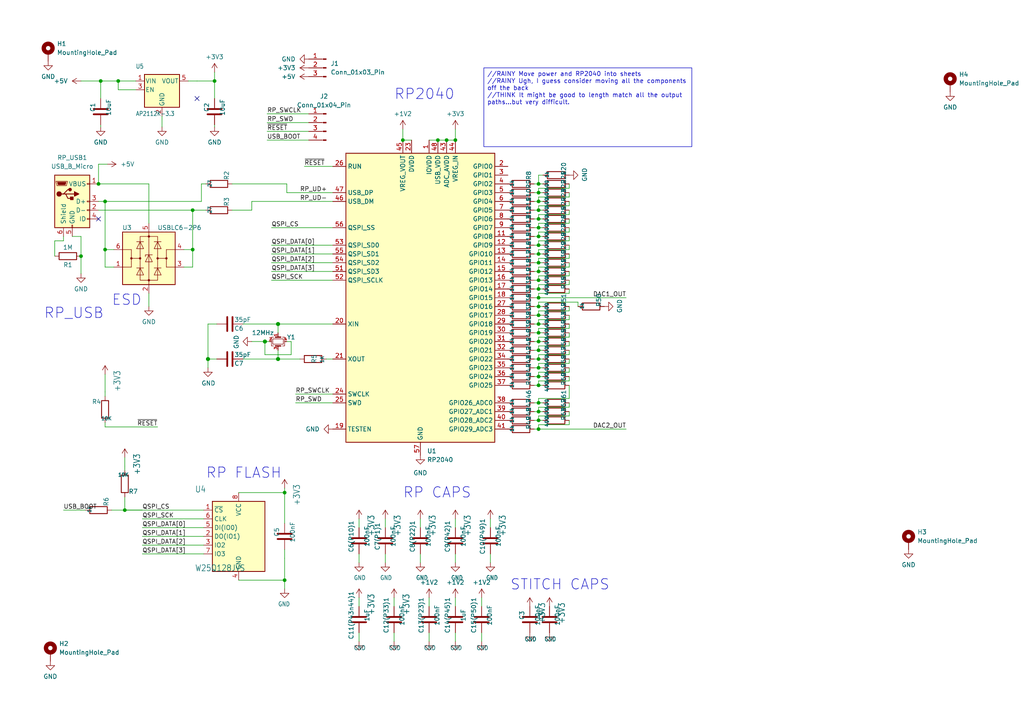
<source format=kicad_sch>
(kicad_sch (version 20230121) (generator eeschema)
  (paper "A4")
  (title_block (title "RP2040/FT232H Interface") (comment 1 "For transferring data quickly out of an RP2040"))
  (junction (at 36.195 147.955))
  (junction (at 82.55 168.275))
  (junction (at 156.21 81.28))
  (junction (at 156.21 71.12))
  (junction (at 156.21 68.58))
  (junction (at 156.21 101.6))
  (junction (at 156.21 93.98))
  (junction (at 127 40.64))
  (junction (at 156.21 58.42))
  (junction (at 156.21 91.44))
  (junction (at 55.88 72.39))
  (junction (at 62.23 23.495))
  (junction (at 156.21 111.76))
  (junction (at 156.21 124.46))
  (junction (at 156.21 53.34))
  (junction (at 156.21 60.96))
  (junction (at 156.21 88.9))
  (junction (at 156.21 55.88))
  (junction (at 76.835 99.06) (diameter 1.016))
  (junction (at 28.575 53.34))
  (junction (at 60.325 104.14) (diameter 1.016))
  (junction (at 34.29 23.495))
  (junction (at 29.21 23.495))
  (junction (at 80.645 93.98) (diameter 1.016))
  (junction (at 30.48 58.42))
  (junction (at 156.21 99.06))
  (junction (at 132.08 40.64))
  (junction (at 156.21 76.2))
  (junction (at 80.645 104.14) (diameter 1.016))
  (junction (at 156.21 73.66))
  (junction (at 156.21 119.38))
  (junction (at 116.84 40.64))
  (junction (at 156.21 63.5))
  (junction (at 156.21 121.92))
  (junction (at 156.21 106.68))
  (junction (at 156.21 78.74))
  (junction (at 23.495 74.295))
  (junction (at 82.55 142.875))
  (junction (at 156.21 83.82))
  (junction (at 156.21 116.84))
  (junction (at 156.21 104.14))
  (junction (at 156.21 66.04))
  (junction (at 156.21 86.36))
  (junction (at 55.88 60.96))
  (junction (at 156.21 96.52))
  (junction (at 30.48 72.39))
  (junction (at 129.54 40.64))
  (junction (at 156.21 109.22))
  (no_connect (at 28.575 63.5))
  (no_connect (at 57.15 28.575))
  (wire (pts (xy 165.1 96.52) (xy 165.1 97.79)))
  (wire (pts (xy 154.94 58.42) (xy 156.21 58.42)))
  (wire (pts (xy 156.21 116.84) (xy 157.48 116.84)))
  (wire (pts (xy 69.215 168.275) (xy 82.55 168.275)))
  (wire (pts (xy 156.21 102.87) (xy 156.21 104.14)))
  (wire (pts (xy 142.24 150.495) (xy 142.24 153.035)) (stroke (width 0.1524)))
  (wire (pts (xy 132.08 37.465) (xy 132.08 40.64)))
  (wire (pts (xy 156.21 100.33) (xy 156.21 101.6)))
  (wire (pts (xy 55.88 60.96) (xy 55.88 72.39)))
  (wire (pts (xy 156.21 120.65) (xy 156.21 121.92)))
  (wire (pts (xy 139.7 173.355) (xy 139.7 175.895)) (stroke (width 0.1524)))
  (wire (pts (xy 156.21 53.34) (xy 157.48 53.34)))
  (wire (pts (xy 154.94 119.38) (xy 156.21 119.38)))
  (wire (pts (xy 28.575 53.34) (xy 43.18 53.34)))
  (wire (pts (xy 165.1 118.11) (xy 156.21 118.11)))
  (wire (pts (xy 104.14 150.495) (xy 104.14 153.035)) (stroke (width 0.1524)))
  (wire (pts (xy 59.055 153.035) (xy 41.275 153.035)) (stroke (width 0.1524)))
  (wire (pts (xy 83.185 53.34) (xy 83.185 55.88)))
  (wire (pts (xy 116.84 37.465) (xy 116.84 40.64)))
  (wire (pts (xy 77.47 40.64) (xy 89.535 40.64)))
  (wire (pts (xy 165.1 58.42) (xy 165.1 59.69)))
  (wire (pts (xy 43.18 53.34) (xy 43.18 64.77)))
  (wire (pts (xy 154.94 83.82) (xy 156.21 83.82)))
  (wire (pts (xy 156.21 86.36) (xy 181.61 86.36)))
  (wire (pts (xy 165.1 53.34) (xy 165.1 54.61)))
  (wire (pts (xy 78.74 73.66) (xy 96.52 73.66)) (stroke (width 0.1524)))
  (wire (pts (xy 156.21 105.41) (xy 156.21 106.68)))
  (wire (pts (xy 165.1 104.14) (xy 165.1 105.41)))
  (wire (pts (xy 156.21 80.01) (xy 156.21 81.28)))
  (wire (pts (xy 124.46 40.64) (xy 127 40.64)))
  (wire (pts (xy 58.42 58.42) (xy 58.42 53.34)))
  (wire (pts (xy 165.1 57.15) (xy 156.21 57.15)))
  (wire (pts (xy 124.46 173.355) (xy 124.46 175.895)) (stroke (width 0.1524)))
  (wire (pts (xy 36.195 132.715) (xy 36.195 135.255)) (stroke (width 0.1524)))
  (wire (pts (xy 156.21 85.09) (xy 156.21 86.36)))
  (wire (pts (xy 156.21 60.96) (xy 157.48 60.96)))
  (wire (pts (xy 156.21 99.06) (xy 157.48 99.06)))
  (wire (pts (xy 124.46 183.515) (xy 124.46 186.055)) (stroke (width 0.1524)))
  (wire (pts (xy 62.23 36.83) (xy 62.23 36.195)))
  (wire (pts (xy 127 40.64) (xy 129.54 40.64)))
  (wire (pts (xy 165.1 110.49) (xy 156.21 110.49)))
  (wire (pts (xy 154.94 60.96) (xy 156.21 60.96)))
  (wire (pts (xy 23.495 23.495) (xy 29.21 23.495)))
  (wire (pts (xy 156.21 78.74) (xy 157.48 78.74)))
  (wire (pts (xy 84.455 99.06) (xy 84.455 102.87)))
  (wire (pts (xy 82.55 159.385) (xy 82.55 161.925)) (stroke (width 0.1524)))
  (wire (pts (xy 60.325 93.98) (xy 60.325 104.14)))
  (wire (pts (xy 156.21 107.95) (xy 156.21 109.22)))
  (wire (pts (xy 156.21 111.76) (xy 157.48 111.76)))
  (wire (pts (xy 154.94 106.68) (xy 156.21 106.68)))
  (wire (pts (xy 30.48 108.585) (xy 30.48 113.665)) (stroke (width 0.1524)))
  (wire (pts (xy 154.94 66.04) (xy 156.21 66.04)))
  (wire (pts (xy 165.1 92.71) (xy 156.21 92.71)))
  (wire (pts (xy 85.725 114.3) (xy 96.52 114.3)))
  (wire (pts (xy 165.1 116.84) (xy 165.1 118.11)))
  (wire (pts (xy 33.02 72.39) (xy 30.48 72.39)))
  (wire (pts (xy 156.21 57.15) (xy 156.21 58.42)))
  (wire (pts (xy 142.24 160.655) (xy 142.24 163.195)) (stroke (width 0.1524)))
  (wire (pts (xy 154.94 111.76) (xy 156.21 111.76)))
  (wire (pts (xy 165.1 107.95) (xy 156.21 107.95)))
  (wire (pts (xy 165.1 123.19) (xy 156.21 123.19)))
  (wire (pts (xy 156.21 58.42) (xy 157.48 58.42)))
  (wire (pts (xy 132.08 173.355) (xy 132.08 175.895)) (stroke (width 0.1524)))
  (wire (pts (xy 32.385 147.955) (xy 36.195 147.955)))
  (wire (pts (xy 82.55 141.605) (xy 82.55 142.875)) (stroke (width 0.1524)))
  (wire (pts (xy 156.21 50.8) (xy 156.21 53.34)))
  (wire (pts (xy 30.48 58.42) (xy 58.42 58.42)))
  (wire (pts (xy 80.645 104.14) (xy 86.995 104.14)))
  (wire (pts (xy 156.21 92.71) (xy 156.21 93.98)))
  (wire (pts (xy 84.455 102.87) (xy 76.835 102.87)))
  (wire (pts (xy 156.21 66.04) (xy 157.48 66.04)))
  (wire (pts (xy 55.88 60.96) (xy 59.69 60.96)))
  (wire (pts (xy 23.495 147.955) (xy 18.415 147.955)) (stroke (width 0.1524)))
  (wire (pts (xy 78.74 66.04) (xy 96.52 66.04)))
  (wire (pts (xy 46.99 33.655) (xy 46.99 36.83)) (stroke (width 0.1524)))
  (wire (pts (xy 165.1 115.57) (xy 156.21 115.57)))
  (wire (pts (xy 23.495 147.955) (xy 24.765 147.955)))
  (wire (pts (xy 165.1 93.98) (xy 165.1 95.25)))
  (wire (pts (xy 156.21 88.9) (xy 157.48 88.9)))
  (wire (pts (xy 77.47 38.1) (xy 89.535 38.1)))
  (wire (pts (xy 156.21 93.98) (xy 157.48 93.98)))
  (wire (pts (xy 23.495 74.295) (xy 23.495 79.375)))
  (wire (pts (xy 167.64 87.63) (xy 156.21 87.63)))
  (wire (pts (xy 156.21 123.19) (xy 156.21 124.46)))
  (wire (pts (xy 156.21 96.52) (xy 157.48 96.52)))
  (wire (pts (xy 82.55 168.275) (xy 82.55 170.815)))
  (wire (pts (xy 165.1 100.33) (xy 156.21 100.33)))
  (wire (pts (xy 80.645 96.52) (xy 80.645 93.98)))
  (wire (pts (xy 165.1 120.65) (xy 156.21 120.65)))
  (wire (pts (xy 156.21 95.25) (xy 156.21 96.52)))
  (wire (pts (xy 154.94 81.28) (xy 156.21 81.28)))
  (wire (pts (xy 73.025 99.06) (xy 76.835 99.06)))
  (wire (pts (xy 165.1 60.96) (xy 165.1 62.23)))
  (wire (pts (xy 165.1 78.74) (xy 165.1 80.01)))
  (wire (pts (xy 165.1 82.55) (xy 156.21 82.55)))
  (wire (pts (xy 78.74 78.74) (xy 96.52 78.74)) (stroke (width 0.1524)))
  (wire (pts (xy 165.1 106.68) (xy 165.1 107.95)))
  (wire (pts (xy 154.94 99.06) (xy 156.21 99.06)))
  (wire (pts (xy 70.485 104.14) (xy 80.645 104.14)))
  (wire (pts (xy 165.1 83.82) (xy 165.1 85.09)))
  (wire (pts (xy 165.1 72.39) (xy 156.21 72.39)))
  (wire (pts (xy 114.3 183.515) (xy 114.3 186.055)) (stroke (width 0.1524)))
  (wire (pts (xy 156.21 115.57) (xy 156.21 116.84)))
  (wire (pts (xy 80.645 93.98) (xy 96.52 93.98)))
  (wire (pts (xy 62.865 93.98) (xy 60.325 93.98)))
  (wire (pts (xy 165.1 68.58) (xy 165.1 69.85)))
  (wire (pts (xy 85.725 116.84) (xy 96.52 116.84)))
  (wire (pts (xy 83.185 99.06) (xy 84.455 99.06)))
  (wire (pts (xy 156.21 76.2) (xy 157.48 76.2)))
  (wire (pts (xy 154.94 93.98) (xy 156.21 93.98)))
  (wire (pts (xy 78.74 71.12) (xy 96.52 71.12)) (stroke (width 0.1524)))
  (wire (pts (xy 156.21 62.23) (xy 156.21 63.5)))
  (wire (pts (xy 34.29 23.495) (xy 39.37 23.495)) (stroke (width 0.1524)))
  (wire (pts (xy 121.92 150.495) (xy 121.92 153.035)) (stroke (width 0.1524)))
  (wire (pts (xy 80.645 101.6) (xy 80.645 104.14)))
  (wire (pts (xy 41.275 150.495) (xy 59.055 150.495)) (stroke (width 0.1524)))
  (wire (pts (xy 28.575 60.96) (xy 55.88 60.96)))
  (wire (pts (xy 156.21 119.38) (xy 157.48 119.38)))
  (wire (pts (xy 104.14 173.355) (xy 104.14 175.895)) (stroke (width 0.1524)))
  (wire (pts (xy 156.21 81.28) (xy 157.48 81.28)))
  (wire (pts (xy 156.21 124.46) (xy 181.61 124.46)))
  (wire (pts (xy 165.1 121.92) (xy 165.1 123.19)))
  (wire (pts (xy 154.94 116.84) (xy 156.21 116.84)))
  (wire (pts (xy 154.94 96.52) (xy 156.21 96.52)))
  (wire (pts (xy 31.115 47.625) (xy 28.575 47.625)))
  (wire (pts (xy 154.94 121.92) (xy 156.21 121.92)))
  (wire (pts (xy 165.1 101.6) (xy 165.1 102.87)))
  (wire (pts (xy 165.1 105.41) (xy 156.21 105.41)))
  (wire (pts (xy 156.21 83.82) (xy 157.48 83.82)))
  (wire (pts (xy 154.94 63.5) (xy 156.21 63.5)))
  (wire (pts (xy 156.21 55.88) (xy 157.48 55.88)))
  (wire (pts (xy 154.94 78.74) (xy 156.21 78.74)))
  (wire (pts (xy 154.94 73.66) (xy 156.21 73.66)))
  (wire (pts (xy 36.195 144.145) (xy 36.195 145.415)))
  (wire (pts (xy 154.94 101.6) (xy 156.21 101.6)))
  (wire (pts (xy 96.52 48.26) (xy 88.265 48.26)))
  (wire (pts (xy 67.31 53.34) (xy 83.185 53.34)))
  (wire (pts (xy 156.21 90.17) (xy 156.21 91.44)))
  (wire (pts (xy 36.195 147.955) (xy 59.055 147.955)) (stroke (width 0.1524)))
  (wire (pts (xy 18.415 68.58) (xy 18.415 69.85)))
  (wire (pts (xy 154.94 88.9) (xy 156.21 88.9)))
  (wire (pts (xy 165.1 80.01) (xy 156.21 80.01)))
  (wire (pts (xy 165.1 85.09) (xy 156.21 85.09)))
  (wire (pts (xy 62.23 20.955) (xy 62.23 23.495)) (stroke (width 0.1524)))
  (wire (pts (xy 70.485 93.98) (xy 80.645 93.98)))
  (wire (pts (xy 62.23 23.495) (xy 62.23 28.575)) (stroke (width 0.1524)))
  (wire (pts (xy 154.94 71.12) (xy 156.21 71.12)))
  (wire (pts (xy 165.1 102.87) (xy 156.21 102.87)))
  (wire (pts (xy 28.575 47.625) (xy 28.575 53.34)))
  (wire (pts (xy 154.94 53.34) (xy 156.21 53.34)))
  (wire (pts (xy 165.1 62.23) (xy 156.21 62.23)))
  (wire (pts (xy 154.94 124.46) (xy 156.21 124.46)))
  (wire (pts (xy 43.18 85.09) (xy 43.18 88.9)))
  (wire (pts (xy 156.21 106.68) (xy 157.48 106.68)))
  (wire (pts (xy 129.54 40.64) (xy 132.08 40.64)))
  (wire (pts (xy 104.14 183.515) (xy 104.14 186.055)) (stroke (width 0.1524)))
  (wire (pts (xy 41.275 160.655) (xy 59.055 160.655)) (stroke (width 0.1524)))
  (wire (pts (xy 165.1 55.88) (xy 165.1 57.15)))
  (wire (pts (xy 132.08 183.515) (xy 132.08 186.055)) (stroke (width 0.1524)))
  (wire (pts (xy 73.025 58.42) (xy 73.025 60.96)))
  (wire (pts (xy 82.55 161.925) (xy 82.55 168.275)))
  (wire (pts (xy 165.1 74.93) (xy 156.21 74.93)))
  (wire (pts (xy 165.1 95.25) (xy 156.21 95.25)))
  (wire (pts (xy 29.21 28.575) (xy 29.21 23.495)) (stroke (width 0.1524)))
  (wire (pts (xy 156.21 87.63) (xy 156.21 88.9)))
  (wire (pts (xy 60.325 104.14) (xy 60.325 106.68)))
  (wire (pts (xy 165.1 64.77) (xy 156.21 64.77)))
  (wire (pts (xy 156.21 63.5) (xy 157.48 63.5)))
  (wire (pts (xy 30.48 58.42) (xy 30.48 72.39)))
  (wire (pts (xy 77.47 35.56) (xy 89.535 35.56)))
  (wire (pts (xy 30.48 113.665) (xy 30.48 114.935)))
  (wire (pts (xy 29.21 36.195) (xy 29.21 36.83)) (stroke (width 0.1524)))
  (wire (pts (xy 165.1 73.66) (xy 165.1 74.93)))
  (wire (pts (xy 78.74 76.2) (xy 96.52 76.2)) (stroke (width 0.1524)))
  (wire (pts (xy 156.21 71.12) (xy 157.48 71.12)))
  (wire (pts (xy 30.48 123.825) (xy 45.72 123.825)))
  (wire (pts (xy 77.47 33.02) (xy 89.535 33.02)))
  (wire (pts (xy 59.055 158.115) (xy 41.275 158.115)) (stroke (width 0.1524)))
  (wire (pts (xy 83.185 55.88) (xy 96.52 55.88)))
  (wire (pts (xy 15.875 69.85) (xy 15.875 74.295)))
  (wire (pts (xy 53.34 77.47) (xy 55.88 77.47)))
  (wire (pts (xy 55.88 72.39) (xy 55.88 77.47)))
  (wire (pts (xy 157.48 50.8) (xy 156.21 50.8)))
  (wire (pts (xy 121.92 160.655) (xy 121.92 163.195)) (stroke (width 0.1524)))
  (wire (pts (xy 165.1 71.12) (xy 165.1 72.39)))
  (wire (pts (xy 53.34 72.39) (xy 55.88 72.39)))
  (wire (pts (xy 156.21 74.93) (xy 156.21 76.2)))
  (wire (pts (xy 36.195 147.955) (xy 41.275 147.955)))
  (wire (pts (xy 34.29 23.495) (xy 34.29 26.035)) (stroke (width 0.1524)))
  (wire (pts (xy 54.61 23.495) (xy 57.15 23.495)))
  (wire (pts (xy 165.1 77.47) (xy 156.21 77.47)))
  (wire (pts (xy 36.195 135.255) (xy 36.195 136.525)))
  (wire (pts (xy 156.21 97.79) (xy 156.21 99.06)))
  (wire (pts (xy 154.94 76.2) (xy 156.21 76.2)))
  (wire (pts (xy 165.1 90.17) (xy 156.21 90.17)))
  (wire (pts (xy 165.1 63.5) (xy 165.1 64.77)))
  (wire (pts (xy 156.21 82.55) (xy 156.21 83.82)))
  (wire (pts (xy 69.215 142.875) (xy 82.55 142.875)))
  (wire (pts (xy 18.415 69.85) (xy 15.875 69.85)))
  (wire (pts (xy 156.21 121.92) (xy 157.48 121.92)))
  (wire (pts (xy 165.1 67.31) (xy 156.21 67.31)))
  (wire (pts (xy 94.615 104.14) (xy 96.52 104.14)))
  (wire (pts (xy 154.94 55.88) (xy 156.21 55.88)))
  (wire (pts (xy 132.08 150.495) (xy 132.08 153.035)) (stroke (width 0.1524)))
  (wire (pts (xy 165.1 111.76) (xy 165.1 115.57)))
  (wire (pts (xy 29.21 23.495) (xy 34.29 23.495)) (stroke (width 0.1524)))
  (wire (pts (xy 154.94 91.44) (xy 156.21 91.44)))
  (wire (pts (xy 165.1 109.22) (xy 165.1 110.49)))
  (wire (pts (xy 154.94 68.58) (xy 156.21 68.58)))
  (wire (pts (xy 156.21 54.61) (xy 156.21 55.88)))
  (wire (pts (xy 23.495 68.58) (xy 23.495 74.295)))
  (wire (pts (xy 156.21 64.77) (xy 156.21 66.04)))
  (wire (pts (xy 165.1 88.9) (xy 165.1 90.17)))
  (wire (pts (xy 76.835 102.87) (xy 76.835 99.06)))
  (wire (pts (xy 167.64 87.63) (xy 167.64 88.9)))
  (wire (pts (xy 156.21 68.58) (xy 157.48 68.58)))
  (wire (pts (xy 156.21 77.47) (xy 156.21 78.74)))
  (wire (pts (xy 165.1 66.04) (xy 165.1 67.31)))
  (wire (pts (xy 132.08 160.655) (xy 132.08 163.195)) (stroke (width 0.1524)))
  (wire (pts (xy 20.955 68.58) (xy 23.495 68.58)))
  (wire (pts (xy 116.84 40.64) (xy 119.38 40.64)))
  (wire (pts (xy 165.1 54.61) (xy 156.21 54.61)))
  (wire (pts (xy 30.48 122.555) (xy 30.48 123.825)))
  (wire (pts (xy 114.3 173.355) (xy 114.3 175.895)) (stroke (width 0.1524)))
  (wire (pts (xy 36.195 145.415) (xy 36.195 147.955)) (stroke (width 0.1524)))
  (wire (pts (xy 57.15 23.495) (xy 62.23 23.495)) (stroke (width 0.1524)))
  (wire (pts (xy 156.21 104.14) (xy 157.48 104.14)))
  (wire (pts (xy 111.76 150.495) (xy 111.76 153.035)) (stroke (width 0.1524)))
  (wire (pts (xy 156.21 118.11) (xy 156.21 119.38)))
  (wire (pts (xy 156.21 91.44) (xy 157.48 91.44)))
  (wire (pts (xy 165.1 91.44) (xy 165.1 92.71)))
  (wire (pts (xy 33.02 77.47) (xy 30.48 77.47)))
  (wire (pts (xy 78.74 81.28) (xy 96.52 81.28)))
  (wire (pts (xy 111.76 160.655) (xy 111.76 163.195)) (stroke (width 0.1524)))
  (wire (pts (xy 156.21 109.22) (xy 157.48 109.22)))
  (wire (pts (xy 156.21 73.66) (xy 157.48 73.66)))
  (wire (pts (xy 60.325 104.14) (xy 62.865 104.14)))
  (wire (pts (xy 156.21 67.31) (xy 156.21 68.58)))
  (wire (pts (xy 165.1 99.06) (xy 165.1 100.33)))
  (wire (pts (xy 165.1 97.79) (xy 156.21 97.79)))
  (wire (pts (xy 139.7 183.515) (xy 139.7 186.055)) (stroke (width 0.1524)))
  (wire (pts (xy 58.42 53.34) (xy 59.69 53.34)))
  (wire (pts (xy 156.21 101.6) (xy 157.48 101.6)))
  (wire (pts (xy 67.31 60.96) (xy 73.025 60.96)))
  (wire (pts (xy 104.14 160.655) (xy 104.14 163.195)) (stroke (width 0.1524)))
  (wire (pts (xy 165.1 119.38) (xy 165.1 120.65)))
  (wire (pts (xy 165.1 69.85) (xy 156.21 69.85)))
  (wire (pts (xy 76.835 99.06) (xy 78.105 99.06)))
  (wire (pts (xy 34.29 26.035) (xy 39.37 26.035)) (stroke (width 0.1524)))
  (wire (pts (xy 154.94 104.14) (xy 156.21 104.14)))
  (wire (pts (xy 154.94 86.36) (xy 156.21 86.36)))
  (wire (pts (xy 73.025 58.42) (xy 96.52 58.42)))
  (wire (pts (xy 156.21 110.49) (xy 156.21 111.76)))
  (wire (pts (xy 156.21 59.69) (xy 156.21 60.96)))
  (wire (pts (xy 154.94 109.22) (xy 156.21 109.22)))
  (wire (pts (xy 30.48 72.39) (xy 30.48 77.47)))
  (wire (pts (xy 28.575 58.42) (xy 30.48 58.42)))
  (wire (pts (xy 82.55 142.875) (xy 82.55 151.765)) (stroke (width 0.1524)))
  (wire (pts (xy 156.21 72.39) (xy 156.21 73.66)))
  (wire (pts (xy 41.275 155.575) (xy 59.055 155.575)))
  (wire (pts (xy 156.21 69.85) (xy 156.21 71.12)))
  (wire (pts (xy 165.1 81.28) (xy 165.1 82.55)))
  (wire (pts (xy 165.1 59.69) (xy 156.21 59.69)))
  (wire (pts (xy 165.1 76.2) (xy 165.1 77.47)))
  (text_box "//RAINY Move power and RP2040 into sheets\n//RAINY Ugh, I guess consider moving all the components off the back\n//THINK It might be good to length match all the output paths...but very difficult." (at 140.335 19.685 0) (size 60.325 22.86) (effects (font (size 1.27 1.27)) (justify left top)))
  (text "RP_USB" (at 12.7 92.71 0) (effects (font (size 3 3)) (justify left bottom)))
  (text "RP CAPS" (at 116.84 144.78 0) (effects (font (size 3 3)) (justify left bottom)))
  (text "RP FLASH" (at 59.69 139.065 0) (effects (font (size 3 3)) (justify left bottom)))
  (text "RP2040" (at 114.3 29.21 0) (effects (font (size 3 3)) (justify left bottom)))
  (text "STITCH CAPS" (at 147.955 171.45 0) (effects (font (size 3 3)) (justify left bottom)))
  (text "ESD" (at 32.385 88.9 0) (effects (font (size 3 3)) (justify left bottom)))
  (label "QSPI_DATA[2]" (at 41.275 158.115 0) (effects (font (size 1.2446 1.2446))))
  (label "USB_BOOT" (at 77.47 40.64 0) (effects (font (size 1.2446 1.2446))))
  (label "DAC2_OUT" (at 181.61 124.46 180))
  (label "RP_SWD" (at 77.47 35.56 0))
  (label "QSPI_SCK" (at 41.275 150.495 0) (effects (font (size 1.2446 1.2446))))
  (label "~{RESET}" (at 77.47 38.1 0))
  (label "QSPI_DATA[1]" (at 41.275 155.575 0) (effects (font (size 1.2446 1.2446))))
  (label "RP_SWD" (at 85.725 116.84 0))
  (label "QSPI_DATA[0]" (at 78.74 71.12 0) (effects (font (size 1.2446 1.2446))))
  (label "RP_SWCLK" (at 85.725 114.3 0))
  (label "QSPI_DATA[1]" (at 78.74 73.66 0) (effects (font (size 1.2446 1.2446))))
  (label "~{RESET}" (at 88.265 48.26 0))
  (label "QSPI_SCK" (at 78.74 81.28 0) (effects (font (size 1.2446 1.2446))))
  (label "QSPI_CS" (at 78.74 66.04 0) (effects (font (size 1.2446 1.2446))))
  (label "RP_UD+" (at 86.995 55.88 0))
  (label "QSPI_DATA[3]" (at 41.275 160.655 0) (effects (font (size 1.2446 1.2446))))
  (label "QSPI_DATA[3]" (at 78.74 78.74 0) (effects (font (size 1.2446 1.2446))))
  (label "DAC1_OUT" (at 181.61 86.36 180))
  (label "QSPI_CS" (at 41.275 147.955 0) (effects (font (size 1.2446 1.2446))))
  (label "~{RESET}" (at 45.72 123.825 180))
  (label "RP_SWCLK" (at 77.47 33.02 0))
  (label "QSPI_DATA[0]" (at 41.275 153.035 0) (effects (font (size 1.2446 1.2446))))
  (label "QSPI_DATA[2]" (at 78.74 76.2 0) (effects (font (size 1.2446 1.2446))))
  (label "USB_BOOT" (at 18.415 147.955 0) (effects (font (size 1.2446 1.2446))))
  (label "RP_UD-" (at 86.995 58.42 0))
  (symbol (lib_id "Device:R") (at 161.29 68.58 270) (unit 1)
    (property "Reference" "R27" (at 162.7886 64.77 0) (effects (justify left bottom)))
    (property "Value" "499" (at 157.988 67.31 0) (effects (font (size 1.016 1.016) bold) (justify left bottom)))
    (property "Footprint" "Resistor_SMD:R_0201_0603Metric" (effects hide))
    (property "MFR" "RTT014990FTH" (effects hide))
    (property "LCSC" "C166172" (effects hide))
    (property "Description" "50mW Thick Film Resistors ±1% ±200ppm/℃ 499Ω 0201  Chip Resistor - Surface Mount ROHS" (effects hide))
    (property "URL" "https://jlcpcb.com/partdetail/Ralec-RTT014990FTH/C166172" (effects hide))
  )
  (symbol (lib_id "Device:R") (at 151.13 119.38 270) (unit 1)
    (property "Reference" "R47" (at 152.6286 115.57 0) (effects (justify left bottom)))
    (property "Value" "1k" (at 147.828 118.11 0) (effects (font (size 1.016 1.016) bold) (justify left bottom)))
    (property "Footprint" "Resistor_SMD:R_0201_0603Metric" (effects hide))
    (property "MFR" "RC0201FR-071KL" (effects hide))
    (property "LCSC" "C138165" (effects hide))
    (property "Description" "50mW Thick Film Resistors ±1% ±200ppm/℃ 1kΩ 0201  Chip Resistor - Surface Mount ROHS" (effects hide))
    (property "URL" "https://jlcpcb.com/partdetail/Yageo-RC0201FR071KL/C138165" (effects hide))
  )
  (symbol (lib_id "power:GND") (at 121.92 132.08 0) (unit 1)
    (property "Reference" "#PWR04" (effects hide))
    (property "Value" "GND" (at 121.92 137.16 0))
  )
  (symbol (lib_id "power:GND") (at 114.3 186.055 0) (unit 1)
    (property "Reference" "#U$08" (effects hide))
    (property "Value" "GND" (at 112.776 188.595 0) (effects (font (size 1.27 1.0795)) (justify left bottom)))
  )
  (symbol (lib_id "Device:R") (at 161.29 50.8 270) (unit 1)
    (property "Reference" "R20" (at 162.7886 46.99 0) (effects (justify left bottom)))
    (property "Value" "1k" (at 157.988 49.53 0) (effects (font (size 1.016 1.016) bold) (justify left bottom)))
    (property "Footprint" "Resistor_SMD:R_0201_0603Metric" (effects hide))
    (property "MFR" "RC0201FR-071KL" (effects hide))
    (property "LCSC" "C138165" (effects hide))
    (property "Description" "50mW Thick Film Resistors ±1% ±200ppm/℃ 1kΩ 0201  Chip Resistor - Surface Mount ROHS" (effects hide))
    (property "URL" "https://jlcpcb.com/partdetail/Yageo-RC0201FR071KL/C138165" (effects hide))
  )
  (symbol (lib_id "power:+1V2") (at 132.08 173.355 0) (unit 1)
    (property "Reference" "#PWR042" (effects hide))
    (property "Value" "+1V2" (at 132.08 168.91 0))
  )
  (symbol (lib_id "Device:R") (at 161.29 73.66 270) (unit 1)
    (property "Reference" "R29" (at 162.7886 69.85 0) (effects (justify left bottom)))
    (property "Value" "499" (at 157.988 72.39 0) (effects (font (size 1.016 1.016) bold) (justify left bottom)))
    (property "Footprint" "Resistor_SMD:R_0201_0603Metric" (effects hide))
    (property "MFR" "RTT014990FTH" (effects hide))
    (property "LCSC" "C166172" (effects hide))
    (property "Description" "50mW Thick Film Resistors ±1% ±200ppm/℃ 499Ω 0201  Chip Resistor - Surface Mount ROHS" (effects hide))
    (property "URL" "https://jlcpcb.com/partdetail/Ralec-RTT014990FTH/C166172" (effects hide))
  )
  (symbol (lib_id "power:GND") (at 60.325 106.68 0) (unit 1)
    (property "Reference" "#PWR010" (effects hide))
    (property "Value" "GND" (at 60.452 111.1504 0))
  )
  (symbol (lib_id "power:GND") (at 121.92 163.195 0) (unit 1)
    (property "Reference" "#U$04" (effects hide))
    (property "Value" "GND" (at 120.65 168.275 0) (effects (font (size 1.27 1.0795)) (justify left bottom)))
  )
  (symbol (lib_id "Device:C") (at 29.21 32.385 0) (unit 1)
    (property "Reference" "C1" (at 26.92 31.135 90))
    (property "Value" "10uF" (at 31.51 31.135 90))
    (property "Footprint" "Capacitor_SMD:C_0805_2012Metric" (effects hide))
    (property "MFR" "CL21A106KOQNNNE" (effects hide))
    (property "LCSC" "C1713" (effects hide))
  )
  (symbol (lib_id "Device:R") (at 90.805 104.14 90) (unit 1)
    (property "Reference" "R5" (at 91.8464 105.41 0) (effects (justify left bottom)))
    (property "Value" "1K" (at 94.107 105.41 0) (effects (font (size 1.016 1.016) bold) (justify left bottom)))
    (property "Footprint" "Resistor_SMD:R_0402_1005Metric" (effects hide))
    (property "MFR" "RC-02K102JT" (effects hide))
    (property "LCSC" "C140196" (effects hide))
  )
  (symbol (lib_id "Device:R") (at 161.29 88.9 270) (unit 1)
    (property "Reference" "R51" (at 162.7886 85.09 0) (effects (justify left bottom)))
    (property "Value" "499" (at 157.988 87.63 0) (effects (font (size 1.016 1.016) bold) (justify left bottom)))
    (property "Footprint" "Resistor_SMD:R_0201_0603Metric" (effects hide))
    (property "MFR" "RTT014990FTH" (effects hide))
    (property "LCSC" "C166172" (effects hide))
    (property "Description" "50mW Thick Film Resistors ±1% ±200ppm/℃ 499Ω 0201  Chip Resistor - Surface Mount ROHS" (effects hide))
    (property "URL" "https://jlcpcb.com/partdetail/Ralec-RTT014990FTH/C166172" (effects hide))
  )
  (symbol (lib_id "Device:C") (at 111.76 156.845 0) (unit 1)
    (property "Reference" "C7(P1)1" (at 109.47 155.595 90))
    (property "Value" "100nF" (at 114.06 155.595 90))
    (property "Footprint" "Capacitor_SMD:C_0402_1005Metric" (effects hide))
    (property "MFR" "CL05B104KO5NNNC" (effects hide))
    (property "LCSC" "C1525" (effects hide))
  )
  (symbol (lib_id "Device:R") (at 161.29 116.84 270) (unit 1)
    (property "Reference" "R61" (at 162.7886 113.03 0) (effects (justify left bottom)))
    (property "Value" "499" (at 157.988 115.57 0) (effects (font (size 1.016 1.016) bold) (justify left bottom)))
    (property "Footprint" "Resistor_SMD:R_0201_0603Metric" (effects hide))
    (property "MFR" "RTT014990FTH" (effects hide))
    (property "LCSC" "C166172" (effects hide))
    (property "Description" "50mW Thick Film Resistors ±1% ±200ppm/℃ 499Ω 0201  Chip Resistor - Surface Mount ROHS" (effects hide))
    (property "URL" "https://jlcpcb.com/partdetail/Ralec-RTT014990FTH/C166172" (effects hide))
  )
  (symbol (lib_id "Device:R") (at 151.13 76.2 270) (unit 1)
    (property "Reference" "R17" (at 152.6286 72.39 0) (effects (justify left bottom)))
    (property "Value" "1k" (at 147.828 74.93 0) (effects (font (size 1.016 1.016) bold) (justify left bottom)))
    (property "Footprint" "Resistor_SMD:R_0201_0603Metric" (effects hide))
    (property "MFR" "RC0201FR-071KL" (effects hide))
    (property "LCSC" "C138165" (effects hide))
    (property "Description" "50mW Thick Film Resistors ±1% ±200ppm/℃ 1kΩ 0201  Chip Resistor - Surface Mount ROHS" (effects hide))
    (property "URL" "https://jlcpcb.com/partdetail/Yageo-RC0201FR071KL/C138165" (effects hide))
  )
  (symbol (lib_id "Device:R") (at 151.13 96.52 270) (unit 1)
    (property "Reference" "R39" (at 152.6286 92.71 0) (effects (justify left bottom)))
    (property "Value" "1k" (at 147.828 95.25 0) (effects (font (size 1.016 1.016) bold) (justify left bottom)))
    (property "Footprint" "Resistor_SMD:R_0201_0603Metric" (effects hide))
    (property "MFR" "RC0201FR-071KL" (effects hide))
    (property "LCSC" "C138165" (effects hide))
    (property "Description" "50mW Thick Film Resistors ±1% ±200ppm/℃ 1kΩ 0201  Chip Resistor - Surface Mount ROHS" (effects hide))
    (property "URL" "https://jlcpcb.com/partdetail/Yageo-RC0201FR071KL/C138165" (effects hide))
  )
  (symbol (lib_id "power:GND") (at 89.535 17.145 270) (unit 1)
    (property "Reference" "#PWR019" (effects hide))
    (property "Value" "GND" (at 85.725 17.145 90) (effects (justify right)))
  )
  (symbol (lib_id "power:GND") (at 159.385 183.515 0) (unit 1)
    (property "Reference" "#U$011" (effects hide))
    (property "Value" "GND" (at 157.861 186.055 0) (effects (font (size 1.27 1.0795)) (justify left bottom)))
  )
  (symbol (lib_id "Device:R") (at 161.29 104.14 270) (unit 1)
    (property "Reference" "R57" (at 162.7886 100.33 0) (effects (justify left bottom)))
    (property "Value" "499" (at 157.988 102.87 0) (effects (font (size 1.016 1.016) bold) (justify left bottom)))
    (property "Footprint" "Resistor_SMD:R_0201_0603Metric" (effects hide))
    (property "MFR" "RTT014990FTH" (effects hide))
    (property "LCSC" "C166172" (effects hide))
    (property "Description" "50mW Thick Film Resistors ±1% ±200ppm/℃ 499Ω 0201  Chip Resistor - Surface Mount ROHS" (effects hide))
    (property "URL" "https://jlcpcb.com/partdetail/Ralec-RTT014990FTH/C166172" (effects hide))
  )
  (symbol (lib_id "Device:R") (at 161.29 71.12 270) (unit 1)
    (property "Reference" "R28" (at 162.7886 67.31 0) (effects (justify left bottom)))
    (property "Value" "499" (at 157.988 69.85 0) (effects (font (size 1.016 1.016) bold) (justify left bottom)))
    (property "Footprint" "Resistor_SMD:R_0201_0603Metric" (effects hide))
    (property "MFR" "RTT014990FTH" (effects hide))
    (property "LCSC" "C166172" (effects hide))
    (property "Description" "50mW Thick Film Resistors ±1% ±200ppm/℃ 499Ω 0201  Chip Resistor - Surface Mount ROHS" (effects hide))
    (property "URL" "https://jlcpcb.com/partdetail/Ralec-RTT014990FTH/C166172" (effects hide))
  )
  (symbol (lib_id "power:+3V3") (at 30.48 108.585 0) (mirror y) (unit 1)
    (property "Reference" "#+3V010" (effects hide))
    (property "Value" "+3V3" (at 33.02 113.665 90) (effects (font (size 1.778 1.5113)) (justify left bottom)))
  )
  (symbol (lib_id "Mechanical:MountingHole_Pad") (at 263.525 156.845 0) (unit 1)
    (property "Reference" "H3" (at 266.065 154.305 0) (effects (justify left)))
    (property "Value" "MountingHole_Pad" (at 266.065 156.845 0) (effects (justify left)))
    (property "Footprint" "MountingHole:MountingHole_2.5mm_Pad" (effects hide))
  )
  (symbol (lib_id "Device:R") (at 151.13 101.6 270) (unit 1)
    (property "Reference" "R41" (at 152.6286 97.79 0) (effects (justify left bottom)))
    (property "Value" "1k" (at 147.828 100.33 0) (effects (font (size 1.016 1.016) bold) (justify left bottom)))
    (property "Footprint" "Resistor_SMD:R_0201_0603Metric" (effects hide))
    (property "MFR" "RC0201FR-071KL" (effects hide))
    (property "LCSC" "C138165" (effects hide))
    (property "Description" "50mW Thick Film Resistors ±1% ±200ppm/℃ 1kΩ 0201  Chip Resistor - Surface Mount ROHS" (effects hide))
    (property "URL" "https://jlcpcb.com/partdetail/Yageo-RC0201FR071KL/C138165" (effects hide))
  )
  (symbol (lib_id "Device:C") (at 142.24 156.845 0) (unit 1)
    (property "Reference" "C10(P49)1" (at 139.95 155.595 90))
    (property "Value" "100nF" (at 144.54 155.595 90))
    (property "Footprint" "Capacitor_SMD:C_0402_1005Metric" (effects hide))
    (property "MFR" "CL05B104KO5NNNC" (effects hide))
    (property "LCSC" "C1525" (effects hide))
  )
  (symbol (lib_id "Device:R") (at 151.13 99.06 270) (unit 1)
    (property "Reference" "R40" (at 152.6286 95.25 0) (effects (justify left bottom)))
    (property "Value" "1k" (at 147.828 97.79 0) (effects (font (size 1.016 1.016) bold) (justify left bottom)))
    (property "Footprint" "Resistor_SMD:R_0201_0603Metric" (effects hide))
    (property "MFR" "RC0201FR-071KL" (effects hide))
    (property "LCSC" "C138165" (effects hide))
    (property "Description" "50mW Thick Film Resistors ±1% ±200ppm/℃ 1kΩ 0201  Chip Resistor - Surface Mount ROHS" (effects hide))
    (property "URL" "https://jlcpcb.com/partdetail/Yageo-RC0201FR071KL/C138165" (effects hide))
  )
  (symbol (lib_id "Device:R") (at 36.195 140.335 180) (unit 1)
    (property "Reference" "R7" (at 40.005 141.8336 0) (effects (justify left bottom)))
    (property "Value" "10K" (at 37.465 137.033 0) (effects (font (size 1.016 1.016) bold) (justify left bottom)))
    (property "Footprint" "Resistor_SMD:R_0402_1005Metric" (effects hide))
    (property "MFR" "RC0402FR-0710KL" (effects hide))
    (property "LCSC" "C60490" (effects hide))
  )
  (symbol (lib_id "power:+5V") (at 31.115 47.625 270) (unit 1)
    (property "Reference" "#PWR02" (effects hide))
    (property "Value" "+5V" (at 34.925 47.625 90) (effects (justify left)))
  )
  (symbol (lib_id "Device:R") (at 161.29 121.92 270) (unit 1)
    (property "Reference" "R63" (at 162.7886 118.11 0) (effects (justify left bottom)))
    (property "Value" "499" (at 157.988 120.65 0) (effects (font (size 1.016 1.016) bold) (justify left bottom)))
    (property "Footprint" "Resistor_SMD:R_0201_0603Metric" (effects hide))
    (property "MFR" "RTT014990FTH" (effects hide))
    (property "LCSC" "C166172" (effects hide))
    (property "Description" "50mW Thick Film Resistors ±1% ±200ppm/℃ 499Ω 0201  Chip Resistor - Surface Mount ROHS" (effects hide))
    (property "URL" "https://jlcpcb.com/partdetail/Ralec-RTT014990FTH/C166172" (effects hide))
  )
  (symbol (lib_id "Device:R") (at 151.13 73.66 270) (unit 1)
    (property "Reference" "R16" (at 152.6286 69.85 0) (effects (justify left bottom)))
    (property "Value" "1k" (at 147.828 72.39 0) (effects (font (size 1.016 1.016) bold) (justify left bottom)))
    (property "Footprint" "Resistor_SMD:R_0201_0603Metric" (effects hide))
    (property "MFR" "RC0201FR-071KL" (effects hide))
    (property "LCSC" "C138165" (effects hide))
    (property "Description" "50mW Thick Film Resistors ±1% ±200ppm/℃ 1kΩ 0201  Chip Resistor - Surface Mount ROHS" (effects hide))
    (property "URL" "https://jlcpcb.com/partdetail/Yageo-RC0201FR071KL/C138165" (effects hide))
  )
  (symbol (lib_id "Device:R") (at 161.29 76.2 270) (unit 1)
    (property "Reference" "R30" (at 162.7886 72.39 0) (effects (justify left bottom)))
    (property "Value" "499" (at 157.988 74.93 0) (effects (font (size 1.016 1.016) bold) (justify left bottom)))
    (property "Footprint" "Resistor_SMD:R_0201_0603Metric" (effects hide))
    (property "MFR" "RTT014990FTH" (effects hide))
    (property "LCSC" "C166172" (effects hide))
    (property "Description" "50mW Thick Film Resistors ±1% ±200ppm/℃ 499Ω 0201  Chip Resistor - Surface Mount ROHS" (effects hide))
    (property "URL" "https://jlcpcb.com/partdetail/Ralec-RTT014990FTH/C166172" (effects hide))
  )
  (symbol (lib_id "Device:R") (at 171.45 88.9 270) (unit 1)
    (property "Reference" "R50" (at 172.9486 85.09 0) (effects (justify left bottom)))
    (property "Value" "1k" (at 168.148 87.63 0) (effects (font (size 1.016 1.016) bold) (justify left bottom)))
    (property "Footprint" "Resistor_SMD:R_0201_0603Metric" (effects hide))
    (property "MFR" "RC0201FR-071KL" (effects hide))
    (property "LCSC" "C138165" (effects hide))
    (property "Description" "50mW Thick Film Resistors ±1% ±200ppm/℃ 1kΩ 0201  Chip Resistor - Surface Mount ROHS" (effects hide))
    (property "URL" "https://jlcpcb.com/partdetail/Yageo-RC0201FR071KL/C138165" (effects hide))
  )
  (symbol (lib_id "Device:R") (at 161.29 111.76 270) (unit 1)
    (property "Reference" "R60" (at 162.7886 107.95 0) (effects (justify left bottom)))
    (property "Value" "499" (at 157.988 110.49 0) (effects (font (size 1.016 1.016) bold) (justify left bottom)))
    (property "Footprint" "Resistor_SMD:R_0201_0603Metric" (effects hide))
    (property "MFR" "RTT014990FTH" (effects hide))
    (property "LCSC" "C166172" (effects hide))
    (property "Description" "50mW Thick Film Resistors ±1% ±200ppm/℃ 499Ω 0201  Chip Resistor - Surface Mount ROHS" (effects hide))
    (property "URL" "https://jlcpcb.com/partdetail/Ralec-RTT014990FTH/C166172" (effects hide))
  )
  (symbol (lib_id "Device:Crystal_GND24_Small") (at 80.645 99.06 270) (unit 1)
    (property "Reference" "Y1" (at 83.185 97.79 90) (effects (justify left)))
    (property "Value" "12MHz" (at 73.025 96.52 90) (effects (justify left)))
    (property "Footprint" "Crystal:Crystal_SMD_3225-4Pin_3.2x2.5mm" (effects hide))
    (property "MFR" "X322512MSB4SI" (effects hide))
    (property "LCSC" "C9002" (effects hide))
  )
  (symbol (lib_id "Power_Protection:USBLC6-2P6") (at 43.18 74.93 0) (unit 1)
    (property "Reference" "U3" (at 36.83 66.04 0))
    (property "Value" "USBLC6-2P6" (at 52.07 66.04 0))
    (property "Footprint" "Package_TO_SOT_SMD:SOT-666" (effects hide))
    (property "Datasheet" "https://www.st.com/resource/en/datasheet/usblc6-2.pdf" (effects hide))
    (property "MFR" "USBLC6-2P6" (effects hide))
    (property "LCSC" "C2827693" (effects hide))
  )
  (symbol (lib_id "Device:R") (at 30.48 118.745 0) (unit 1)
    (property "Reference" "R4" (at 26.67 117.2464 0) (effects (justify left bottom)))
    (property "Value" "10K" (at 29.21 122.047 0) (effects (font (size 1.016 1.016) bold) (justify left bottom)))
    (property "Footprint" "Resistor_SMD:R_0402_1005Metric" (effects hide))
    (property "MFR" "RC0402FR-0710KL" (effects hide))
    (property "LCSC" "C60490" (effects hide))
  )
  (symbol (lib_id "Device:C") (at 153.67 179.705 0) (unit 1)
    (property "Reference" "C3" (at 151.38 178.455 90))
    (property "Value" "100nF" (at 155.97 178.455 90))
    (property "Footprint" "Capacitor_SMD:C_0402_1005Metric" (effects hide))
    (property "MFR" "CL05B104KO5NNNC" (effects hide))
    (property "LCSC" "C1525" (effects hide))
  )
  (symbol (lib_id "Device:R") (at 161.29 78.74 270) (unit 1)
    (property "Reference" "R31" (at 162.7886 74.93 0) (effects (justify left bottom)))
    (property "Value" "499" (at 157.988 77.47 0) (effects (font (size 1.016 1.016) bold) (justify left bottom)))
    (property "Footprint" "Resistor_SMD:R_0201_0603Metric" (effects hide))
    (property "MFR" "RTT014990FTH" (effects hide))
    (property "LCSC" "C166172" (effects hide))
    (property "Description" "50mW Thick Film Resistors ±1% ±200ppm/℃ 499Ω 0201  Chip Resistor - Surface Mount ROHS" (effects hide))
    (property "URL" "https://jlcpcb.com/partdetail/Ralec-RTT014990FTH/C166172" (effects hide))
  )
  (symbol (lib_id "Device:C") (at 104.14 179.705 0) (unit 1)
    (property "Reference" "C11(P43n44)1" (at 101.85 178.455 90))
    (property "Value" "1uF" (at 106.44 178.455 90))
    (property "Footprint" "Capacitor_SMD:C_0402_1005Metric" (effects hide))
    (property "MFR" "CL05A105KP5NNNC" (effects hide))
    (property "LCSC" "C14445" (effects hide))
  )
  (symbol (lib_id "Mechanical:MountingHole_Pad") (at 13.97 15.24 0) (unit 1)
    (property "Reference" "H1" (at 16.51 12.7 0) (effects (justify left)))
    (property "Value" "MountingHole_Pad" (at 16.51 15.24 0) (effects (justify left)))
    (property "Footprint" "MountingHole:MountingHole_2.5mm_Pad" (effects hide))
  )
  (symbol (lib_id "Device:C") (at 66.675 104.14 270) (mirror x) (unit 1)
    (property "Reference" "C7" (at 67.945 105.41 90) (effects (justify left)))
    (property "Value" "35pF" (at 67.945 102.87 90) (effects (justify left)))
    (property "Footprint" "Capacitor_SMD:C_0402_1005Metric" (effects hide))
    (property "Source" "ANY" (effects hide))
    (property "MFR" "GJM1555C1H360FB01D" (effects hide))
    (property "LCSC" "C415391" (effects hide))
    (property "Note" "Swapped for 36pF, I'm guessing the parasitic capacitance anyway" (effects hide))
  )
  (symbol (lib_id "Mechanical:MountingHole_Pad") (at 14.605 189.23 0) (unit 1)
    (property "Reference" "H2" (at 17.145 186.69 0) (effects (justify left)))
    (property "Value" "MountingHole_Pad" (at 17.145 189.23 0) (effects (justify left)))
    (property "Footprint" "MountingHole:MountingHole_2.5mm_Pad" (effects hide))
  )
  (symbol (lib_id "Device:R") (at 161.29 101.6 270) (unit 1)
    (property "Reference" "R56" (at 162.7886 97.79 0) (effects (justify left bottom)))
    (property "Value" "499" (at 157.988 100.33 0) (effects (font (size 1.016 1.016) bold) (justify left bottom)))
    (property "Footprint" "Resistor_SMD:R_0201_0603Metric" (effects hide))
    (property "MFR" "RTT014990FTH" (effects hide))
    (property "LCSC" "C166172" (effects hide))
    (property "Description" "50mW Thick Film Resistors ±1% ±200ppm/℃ 499Ω 0201  Chip Resistor - Surface Mount ROHS" (effects hide))
    (property "URL" "https://jlcpcb.com/partdetail/Ralec-RTT014990FTH/C166172" (effects hide))
  )
  (symbol (lib_id "Device:C") (at 66.675 93.98 270) (mirror x) (unit 1)
    (property "Reference" "C6" (at 67.945 95.25 90) (effects (justify left)))
    (property "Value" "35pF" (at 67.945 92.71 90) (effects (justify left)))
    (property "Footprint" "Capacitor_SMD:C_0402_1005Metric" (effects hide))
    (property "Source" "ANY" (effects hide))
    (property "MFR" "GJM1555C1H360FB01D" (effects hide))
    (property "LCSC" "C415391" (effects hide))
    (property "Note" "Swapped for 36pF, I'm guessing the parasitic capacitance anyway" (effects hide))
  )
  (symbol (lib_id "Device:R") (at 151.13 63.5 270) (unit 1)
    (property "Reference" "R12" (at 152.6286 59.69 0) (effects (justify left bottom)))
    (property "Value" "1k" (at 147.828 62.23 0) (effects (font (size 1.016 1.016) bold) (justify left bottom)))
    (property "Footprint" "Resistor_SMD:R_0201_0603Metric" (effects hide))
    (property "MFR" "RC0201FR-071KL" (effects hide))
    (property "LCSC" "C138165" (effects hide))
    (property "Description" "50mW Thick Film Resistors ±1% ±200ppm/℃ 1kΩ 0201  Chip Resistor - Surface Mount ROHS" (effects hide))
    (property "URL" "https://jlcpcb.com/partdetail/Yageo-RC0201FR071KL/C138165" (effects hide))
  )
  (symbol (lib_id "Device:R") (at 161.29 93.98 270) (unit 1)
    (property "Reference" "R53" (at 162.7886 90.17 0) (effects (justify left bottom)))
    (property "Value" "499" (at 157.988 92.71 0) (effects (font (size 1.016 1.016) bold) (justify left bottom)))
    (property "Footprint" "Resistor_SMD:R_0201_0603Metric" (effects hide))
    (property "MFR" "RTT014990FTH" (effects hide))
    (property "LCSC" "C166172" (effects hide))
    (property "Description" "50mW Thick Film Resistors ±1% ±200ppm/℃ 499Ω 0201  Chip Resistor - Surface Mount ROHS" (effects hide))
    (property "URL" "https://jlcpcb.com/partdetail/Ralec-RTT014990FTH/C166172" (effects hide))
  )
  (symbol (lib_id "Device:R") (at 151.13 86.36 270) (unit 1)
    (property "Reference" "R33" (at 152.6286 82.55 0) (effects (justify left bottom)))
    (property "Value" "1k" (at 147.828 85.09 0) (effects (font (size 1.016 1.016) bold) (justify left bottom)))
    (property "Footprint" "Resistor_SMD:R_0201_0603Metric" (effects hide))
    (property "MFR" "RC0201FR-071KL" (effects hide))
    (property "LCSC" "C138165" (effects hide))
    (property "Description" "50mW Thick Film Resistors ±1% ±200ppm/℃ 1kΩ 0201  Chip Resistor - Surface Mount ROHS" (effects hide))
    (property "URL" "https://jlcpcb.com/partdetail/Yageo-RC0201FR071KL/C138165" (effects hide))
  )
  (symbol (lib_id "Device:R") (at 161.29 109.22 270) (unit 1)
    (property "Reference" "R59" (at 162.7886 105.41 0) (effects (justify left bottom)))
    (property "Value" "499" (at 157.988 107.95 0) (effects (font (size 1.016 1.016) bold) (justify left bottom)))
    (property "Footprint" "Resistor_SMD:R_0201_0603Metric" (effects hide))
    (property "MFR" "RTT014990FTH" (effects hide))
    (property "LCSC" "C166172" (effects hide))
    (property "Description" "50mW Thick Film Resistors ±1% ±200ppm/℃ 499Ω 0201  Chip Resistor - Surface Mount ROHS" (effects hide))
    (property "URL" "https://jlcpcb.com/partdetail/Ralec-RTT014990FTH/C166172" (effects hide))
  )
  (symbol (lib_id "Device:R") (at 151.13 124.46 270) (unit 1)
    (property "Reference" "R49" (at 152.6286 120.65 0) (effects (justify left bottom)))
    (property "Value" "1k" (at 147.828 123.19 0) (effects (font (size 1.016 1.016) bold) (justify left bottom)))
    (property "Footprint" "Resistor_SMD:R_0201_0603Metric" (effects hide))
    (property "MFR" "RC0201FR-071KL" (effects hide))
    (property "LCSC" "C138165" (effects hide))
    (property "Description" "50mW Thick Film Resistors ±1% ±200ppm/℃ 1kΩ 0201  Chip Resistor - Surface Mount ROHS" (effects hide))
    (property "URL" "https://jlcpcb.com/partdetail/Yageo-RC0201FR071KL/C138165" (effects hide))
  )
  (symbol (lib_id "power:+3V3") (at 104.14 173.355 0) (mirror y) (unit 1)
    (property "Reference" "#+3V08" (effects hide))
    (property "Value" "+3V3" (at 106.68 178.435 90) (effects (font (size 1.778 1.5113)) (justify left bottom)))
  )
  (symbol (lib_id "Memory_Flash:W25Q128JVS") (at 69.215 155.575 0) (unit 1)
    (property "Reference" "U4" (at 56.515 142.875 0) (effects (font (size 1.778 1.5113)) (justify left bottom)))
    (property "Value" "W25Q128JVS" (at 56.515 165.735 0) (effects (font (size 1.778 1.5113)) (justify left bottom)))
    (property "Footprint" "Package_SO:SOIC-8_5.23x5.23mm_P1.27mm" (effects hide))
    (property "Datasheet" "http://www.winbond.com/resource-files/w25q128jv_dtr%20revc%2003272018%20plus.pdf" (effects hide))
    (property "MFR" "W25Q128JVSIQ" (effects hide))
    (property "LCSC" "C97521" (effects hide))
  )
  (symbol (lib_id "Device:R") (at 151.13 83.82 270) (unit 1)
    (property "Reference" "R32" (at 152.6286 80.01 0) (effects (justify left bottom)))
    (property "Value" "1k" (at 147.828 82.55 0) (effects (font (size 1.016 1.016) bold) (justify left bottom)))
    (property "Footprint" "Resistor_SMD:R_0201_0603Metric" (effects hide))
    (property "MFR" "RC0201FR-071KL" (effects hide))
    (property "LCSC" "C138165" (effects hide))
    (property "Description" "50mW Thick Film Resistors ±1% ±200ppm/℃ 1kΩ 0201  Chip Resistor - Surface Mount ROHS" (effects hide))
    (property "URL" "https://jlcpcb.com/partdetail/Yageo-RC0201FR071KL/C138165" (effects hide))
  )
  (symbol (lib_id "power:GND") (at 153.67 183.515 0) (unit 1)
    (property "Reference" "#U$09" (effects hide))
    (property "Value" "GND" (at 152.146 186.055 0) (effects (font (size 1.27 1.0795)) (justify left bottom)))
  )
  (symbol (lib_id "power:+3V3") (at 82.55 141.605 0) (mirror y) (unit 1)
    (property "Reference" "#+3V02" (effects hide))
    (property "Value" "+3V3" (at 85.09 146.685 90) (effects (font (size 1.778 1.5113)) (justify left bottom)))
  )
  (symbol (lib_id "Device:R") (at 151.13 71.12 270) (unit 1)
    (property "Reference" "R15" (at 152.6286 67.31 0) (effects (justify left bottom)))
    (property "Value" "1k" (at 147.828 69.85 0) (effects (font (size 1.016 1.016) bold) (justify left bottom)))
    (property "Footprint" "Resistor_SMD:R_0201_0603Metric" (effects hide))
    (property "MFR" "RC0201FR-071KL" (effects hide))
    (property "LCSC" "C138165" (effects hide))
    (property "Description" "50mW Thick Film Resistors ±1% ±200ppm/℃ 1kΩ 0201  Chip Resistor - Surface Mount ROHS" (effects hide))
    (property "URL" "https://jlcpcb.com/partdetail/Yageo-RC0201FR071KL/C138165" (effects hide))
  )
  (symbol (lib_id "power:+1V2") (at 139.7 173.355 0) (unit 1)
    (property "Reference" "#PWR043" (effects hide))
    (property "Value" "+1V2" (at 139.7 168.91 0))
  )
  (symbol (lib_id "Device:R") (at 161.29 91.44 270) (unit 1)
    (property "Reference" "R52" (at 162.7886 87.63 0) (effects (justify left bottom)))
    (property "Value" "499" (at 157.988 90.17 0) (effects (font (size 1.016 1.016) bold) (justify left bottom)))
    (property "Footprint" "Resistor_SMD:R_0201_0603Metric" (effects hide))
    (property "MFR" "RTT014990FTH" (effects hide))
    (property "LCSC" "C166172" (effects hide))
    (property "Description" "50mW Thick Film Resistors ±1% ±200ppm/℃ 499Ω 0201  Chip Resistor - Surface Mount ROHS" (effects hide))
    (property "URL" "https://jlcpcb.com/partdetail/Ralec-RTT014990FTH/C166172" (effects hide))
  )
  (symbol (lib_id "power:GND") (at 29.21 36.83 0) (unit 1)
    (property "Reference" "#PWR035" (effects hide))
    (property "Value" "GND" (at 29.21 41.275 0))
  )
  (symbol (lib_id "power:+5V") (at 89.535 22.225 90) (unit 1)
    (property "Reference" "#PWR040" (effects hide))
    (property "Value" "+5V" (at 85.725 22.225 90) (effects (justify left)))
  )
  (symbol (lib_id "Device:R") (at 151.13 91.44 270) (unit 1)
    (property "Reference" "R37" (at 152.6286 87.63 0) (effects (justify left bottom)))
    (property "Value" "1k" (at 147.828 90.17 0) (effects (font (size 1.016 1.016) bold) (justify left bottom)))
    (property "Footprint" "Resistor_SMD:R_0201_0603Metric" (effects hide))
    (property "MFR" "RC0201FR-071KL" (effects hide))
    (property "LCSC" "C138165" (effects hide))
    (property "Description" "50mW Thick Film Resistors ±1% ±200ppm/℃ 1kΩ 0201  Chip Resistor - Surface Mount ROHS" (effects hide))
    (property "URL" "https://jlcpcb.com/partdetail/Yageo-RC0201FR071KL/C138165" (effects hide))
  )
  (symbol (lib_id "Device:C") (at 139.7 179.705 0) (unit 1)
    (property "Reference" "C15(P50)1" (at 137.41 178.455 90))
    (property "Value" "100nF" (at 142 178.455 90))
    (property "Footprint" "Capacitor_SMD:C_0402_1005Metric" (effects hide))
    (property "MFR" "CL05B104KO5NNNC" (effects hide))
    (property "LCSC" "C1525" (effects hide))
  )
  (symbol (lib_id "Device:C") (at 121.92 156.845 0) (unit 1)
    (property "Reference" "C8(P22)1" (at 119.63 155.595 90))
    (property "Value" "100nF" (at 124.22 155.595 90))
    (property "Footprint" "Capacitor_SMD:C_0402_1005Metric" (effects hide))
    (property "MFR" "CL05B104KO5NNNC" (effects hide))
    (property "LCSC" "C1525" (effects hide))
  )
  (symbol (lib_id "power:GND") (at 275.59 26.67 0) (unit 1)
    (property "Reference" "#PWR048" (effects hide))
    (property "Value" "GND" (at 275.59 31.115 0))
  )
  (symbol (lib_id "Device:R") (at 151.13 116.84 270) (unit 1)
    (property "Reference" "R46" (at 152.6286 113.03 0) (effects (justify left bottom)))
    (property "Value" "1k" (at 147.828 115.57 0) (effects (font (size 1.016 1.016) bold) (justify left bottom)))
    (property "Footprint" "Resistor_SMD:R_0201_0603Metric" (effects hide))
    (property "MFR" "RC0201FR-071KL" (effects hide))
    (property "LCSC" "C138165" (effects hide))
    (property "Description" "50mW Thick Film Resistors ±1% ±200ppm/℃ 1kΩ 0201  Chip Resistor - Surface Mount ROHS" (effects hide))
    (property "URL" "https://jlcpcb.com/partdetail/Yageo-RC0201FR071KL/C138165" (effects hide))
  )
  (symbol (lib_id "power:+3V3") (at 142.24 150.495 0) (mirror y) (unit 1)
    (property "Reference" "#+3V07" (effects hide))
    (property "Value" "+3V3" (at 144.78 155.575 90) (effects (font (size 1.778 1.5113)) (justify left bottom)))
  )
  (symbol (lib_id "power:GND") (at 82.55 170.815 0) (unit 1)
    (property "Reference" "#U$01" (effects hide))
    (property "Value" "GND" (at 80.645 175.895 0) (effects (font (size 1.27 1.0795)) (justify left bottom)))
  )
  (symbol (lib_id "power:GND") (at 132.08 186.055 0) (unit 1)
    (property "Reference" "#U$012" (effects hide))
    (property "Value" "GND" (at 130.556 188.595 0) (effects (font (size 1.27 1.0795)) (justify left bottom)))
  )
  (symbol (lib_id "Device:C") (at 124.46 179.705 0) (unit 1)
    (property "Reference" "C13(P23)1" (at 122.17 178.455 90))
    (property "Value" "100nF" (at 126.76 178.455 90))
    (property "Footprint" "Capacitor_SMD:C_0402_1005Metric" (effects hide))
    (property "MFR" "CL05B104KO5NNNC" (effects hide))
    (property "LCSC" "C1525" (effects hide))
  )
  (symbol (lib_id "Device:R") (at 151.13 93.98 270) (unit 1)
    (property "Reference" "R38" (at 152.6286 90.17 0) (effects (justify left bottom)))
    (property "Value" "1k" (at 147.828 92.71 0) (effects (font (size 1.016 1.016) bold) (justify left bottom)))
    (property "Footprint" "Resistor_SMD:R_0201_0603Metric" (effects hide))
    (property "MFR" "RC0201FR-071KL" (effects hide))
    (property "LCSC" "C138165" (effects hide))
    (property "Description" "50mW Thick Film Resistors ±1% ±200ppm/℃ 1kΩ 0201  Chip Resistor - Surface Mount ROHS" (effects hide))
    (property "URL" "https://jlcpcb.com/partdetail/Yageo-RC0201FR071KL/C138165" (effects hide))
  )
  (symbol (lib_id "Device:R") (at 151.13 53.34 270) (unit 1)
    (property "Reference" "R8" (at 152.6286 49.53 0) (effects (justify left bottom)))
    (property "Value" "1k" (at 147.828 52.07 0) (effects (font (size 1.016 1.016) bold) (justify left bottom)))
    (property "Footprint" "Resistor_SMD:R_0201_0603Metric" (effects hide))
    (property "MFR" "RC0201FR-071KL" (effects hide))
    (property "LCSC" "C138165" (effects hide))
    (property "Description" "50mW Thick Film Resistors ±1% ±200ppm/℃ 1kΩ 0201  Chip Resistor - Surface Mount ROHS" (effects hide))
    (property "URL" "https://jlcpcb.com/partdetail/Yageo-RC0201FR071KL/C138165" (effects hide))
  )
  (symbol (lib_id "power:+3V3") (at 104.14 150.495 0) (mirror y) (unit 1)
    (property "Reference" "#+3V03" (effects hide))
    (property "Value" "+3V3" (at 106.68 155.575 90) (effects (font (size 1.778 1.5113)) (justify left bottom)))
  )
  (symbol (lib_id "Device:R") (at 161.29 106.68 270) (unit 1)
    (property "Reference" "R58" (at 162.7886 102.87 0) (effects (justify left bottom)))
    (property "Value" "499" (at 157.988 105.41 0) (effects (font (size 1.016 1.016) bold) (justify left bottom)))
    (property "Footprint" "Resistor_SMD:R_0201_0603Metric" (effects hide))
    (property "MFR" "RTT014990FTH" (effects hide))
    (property "LCSC" "C166172" (effects hide))
    (property "Description" "50mW Thick Film Resistors ±1% ±200ppm/℃ 499Ω 0201  Chip Resistor - Surface Mount ROHS" (effects hide))
    (property "URL" "https://jlcpcb.com/partdetail/Ralec-RTT014990FTH/C166172" (effects hide))
  )
  (symbol (lib_id "Device:R") (at 63.5 53.34 270) (unit 1)
    (property "Reference" "R2" (at 64.9986 49.53 0) (effects (justify left bottom)))
    (property "Value" "27" (at 60.198 52.07 0) (effects (font (size 1.016 1.016) bold) (justify left bottom)))
    (property "Footprint" "Resistor_SMD:R_0402_1005Metric" (effects hide))
    (property "MFR" "0402WGF270JTCE" (effects hide))
    (property "LCSC" "C25100" (effects hide))
  )
  (symbol (lib_id "Device:C") (at 159.385 179.705 0) (unit 1)
    (property "Reference" "C4" (at 157.095 178.455 90))
    (property "Value" "100nF" (at 161.685 178.455 90))
    (property "Footprint" "Capacitor_SMD:C_0402_1005Metric" (effects hide))
    (property "MFR" "CL05B104KO5NNNC" (effects hide))
    (property "LCSC" "C1525" (effects hide))
  )
  (symbol (lib_id "power:+3V3") (at 36.195 132.715 0) (mirror y) (unit 1)
    (property "Reference" "#+3V01" (effects hide))
    (property "Value" "+3V3" (at 38.735 137.795 90) (effects (font (size 1.778 1.5113)) (justify left bottom)))
  )
  (symbol (lib_id "power:GND") (at 46.99 36.83 0) (unit 1)
    (property "Reference" "#PWR034" (effects hide))
    (property "Value" "GND" (at 46.99 41.275 0))
  )
  (symbol (lib_id "Device:R") (at 151.13 60.96 270) (unit 1)
    (property "Reference" "R11" (at 152.6286 57.15 0) (effects (justify left bottom)))
    (property "Value" "1k" (at 147.828 59.69 0) (effects (font (size 1.016 1.016) bold) (justify left bottom)))
    (property "Footprint" "Resistor_SMD:R_0201_0603Metric" (effects hide))
    (property "MFR" "RC0201FR-071KL" (effects hide))
    (property "LCSC" "C138165" (effects hide))
    (property "Description" "50mW Thick Film Resistors ±1% ±200ppm/℃ 1kΩ 0201  Chip Resistor - Surface Mount ROHS" (effects hide))
    (property "URL" "https://jlcpcb.com/partdetail/Yageo-RC0201FR071KL/C138165" (effects hide))
  )
  (symbol (lib_id "Device:R") (at 151.13 106.68 270) (unit 1)
    (property "Reference" "R43" (at 152.6286 102.87 0) (effects (justify left bottom)))
    (property "Value" "1k" (at 147.828 105.41 0) (effects (font (size 1.016 1.016) bold) (justify left bottom)))
    (property "Footprint" "Resistor_SMD:R_0201_0603Metric" (effects hide))
    (property "MFR" "RC0201FR-071KL" (effects hide))
    (property "LCSC" "C138165" (effects hide))
    (property "Description" "50mW Thick Film Resistors ±1% ±200ppm/℃ 1kΩ 0201  Chip Resistor - Surface Mount ROHS" (effects hide))
    (property "URL" "https://jlcpcb.com/partdetail/Yageo-RC0201FR071KL/C138165" (effects hide))
  )
  (symbol (lib_id "power:GND") (at 13.97 17.78 0) (unit 1)
    (property "Reference" "#PWR045" (effects hide))
    (property "Value" "GND" (at 13.97 22.225 0))
  )
  (symbol (lib_id "Device:C") (at 62.23 32.385 0) (unit 1)
    (property "Reference" "C2" (at 59.94 31.135 90))
    (property "Value" "10uF" (at 64.53 31.135 90))
    (property "Footprint" "Capacitor_SMD:C_0805_2012Metric" (effects hide))
    (property "MFR" "CL21A106KOQNNNE" (effects hide))
    (property "LCSC" "C1713" (effects hide))
  )
  (symbol (lib_id "Device:R") (at 161.29 99.06 270) (unit 1)
    (property "Reference" "R55" (at 162.7886 95.25 0) (effects (justify left bottom)))
    (property "Value" "499" (at 157.988 97.79 0) (effects (font (size 1.016 1.016) bold) (justify left bottom)))
    (property "Footprint" "Resistor_SMD:R_0201_0603Metric" (effects hide))
    (property "MFR" "RTT014990FTH" (effects hide))
    (property "LCSC" "C166172" (effects hide))
    (property "Description" "50mW Thick Film Resistors ±1% ±200ppm/℃ 499Ω 0201  Chip Resistor - Surface Mount ROHS" (effects hide))
    (property "URL" "https://jlcpcb.com/partdetail/Ralec-RTT014990FTH/C166172" (effects hide))
  )
  (symbol (lib_id "Device:C") (at 82.55 155.575 0) (unit 1)
    (property "Reference" "C5" (at 80.26 154.325 90))
    (property "Value" "100nF" (at 84.85 154.325 90))
    (property "Footprint" "Capacitor_SMD:C_0402_1005Metric" (effects hide))
    (property "MFR" "CL05B104KO5NNNC" (effects hide))
    (property "LCSC" "C1525" (effects hide))
  )
  (symbol (lib_id "power:GND") (at 139.7 186.055 0) (unit 1)
    (property "Reference" "#U$014" (effects hide))
    (property "Value" "GND" (at 138.176 188.595 0) (effects (font (size 1.27 1.0795)) (justify left bottom)))
  )
  (symbol (lib_id "Device:R") (at 161.29 60.96 270) (unit 1)
    (property "Reference" "R24" (at 162.7886 57.15 0) (effects (justify left bottom)))
    (property "Value" "499" (at 157.988 59.69 0) (effects (font (size 1.016 1.016) bold) (justify left bottom)))
    (property "Footprint" "Resistor_SMD:R_0201_0603Metric" (effects hide))
    (property "MFR" "RTT014990FTH" (effects hide))
    (property "LCSC" "C166172" (effects hide))
    (property "Description" "50mW Thick Film Resistors ±1% ±200ppm/℃ 499Ω 0201  Chip Resistor - Surface Mount ROHS" (effects hide))
    (property "URL" "https://jlcpcb.com/partdetail/Ralec-RTT014990FTH/C166172" (effects hide))
  )
  (symbol (lib_id "power:GND") (at 23.495 79.375 0) (unit 1)
    (property "Reference" "#PWR032" (effects hide))
    (property "Value" "GND" (at 23.495 83.82 0))
  )
  (symbol (lib_id "Device:R") (at 151.13 121.92 270) (unit 1)
    (property "Reference" "R48" (at 152.6286 118.11 0) (effects (justify left bottom)))
    (property "Value" "1k" (at 147.828 120.65 0) (effects (font (size 1.016 1.016) bold) (justify left bottom)))
    (property "Footprint" "Resistor_SMD:R_0201_0603Metric" (effects hide))
    (property "MFR" "RC0201FR-071KL" (effects hide))
    (property "LCSC" "C138165" (effects hide))
    (property "Description" "50mW Thick Film Resistors ±1% ±200ppm/℃ 1kΩ 0201  Chip Resistor - Surface Mount ROHS" (effects hide))
    (property "URL" "https://jlcpcb.com/partdetail/Yageo-RC0201FR071KL/C138165" (effects hide))
  )
  (symbol (lib_id "power:+5V") (at 23.495 23.495 90) (unit 1)
    (property "Reference" "#PWR036" (effects hide))
    (property "Value" "+5V" (at 19.685 23.495 90) (effects (justify left)))
  )
  (symbol (lib_id "Device:R") (at 151.13 66.04 270) (unit 1)
    (property "Reference" "R13" (at 152.6286 62.23 0) (effects (justify left bottom)))
    (property "Value" "1k" (at 147.828 64.77 0) (effects (font (size 1.016 1.016) bold) (justify left bottom)))
    (property "Footprint" "Resistor_SMD:R_0201_0603Metric" (effects hide))
    (property "MFR" "RC0201FR-071KL" (effects hide))
    (property "LCSC" "C138165" (effects hide))
    (property "Description" "50mW Thick Film Resistors ±1% ±200ppm/℃ 1kΩ 0201  Chip Resistor - Surface Mount ROHS" (effects hide))
    (property "URL" "https://jlcpcb.com/partdetail/Yageo-RC0201FR071KL/C138165" (effects hide))
  )
  (symbol (lib_id "Connector:Conn_01x04_Pin") (at 94.615 35.56 0) (mirror y) (unit 1)
    (property "Reference" "J2" (at 93.98 27.94 0))
    (property "Value" "Conn_01x04_Pin" (at 93.98 30.48 0))
    (property "Footprint" "Connector_PinHeader_2.54mm:PinHeader_1x04_P2.54mm_Vertical" (effects hide))
    (property "MFR" "PZ254V-11-04P" (effects hide))
    (property "LCSC" "C2691448" (effects hide))
  )
  (symbol (lib_id "power:+1V2") (at 124.46 173.355 0) (unit 1)
    (property "Reference" "#PWR041" (effects hide))
    (property "Value" "+1V2" (at 124.46 168.91 0))
  )
  (symbol (lib_id "power:+3V3") (at 121.92 150.495 0) (mirror y) (unit 1)
    (property "Reference" "#+3V05" (effects hide))
    (property "Value" "+3V3" (at 124.46 155.575 90) (effects (font (size 1.778 1.5113)) (justify left bottom)))
  )
  (symbol (lib_id "power:+3V3") (at 153.67 175.895 0) (mirror y) (unit 1)
    (property "Reference" "#+3V011" (effects hide))
    (property "Value" "+3V3" (at 156.21 180.975 90) (effects (font (size 1.778 1.5113)) (justify left bottom)))
  )
  (symbol (lib_id "Device:R") (at 161.29 63.5 270) (unit 1)
    (property "Reference" "R25" (at 162.7886 59.69 0) (effects (justify left bottom)))
    (property "Value" "499" (at 157.988 62.23 0) (effects (font (size 1.016 1.016) bold) (justify left bottom)))
    (property "Footprint" "Resistor_SMD:R_0201_0603Metric" (effects hide))
    (property "MFR" "RTT014990FTH" (effects hide))
    (property "LCSC" "C166172" (effects hide))
    (property "Description" "50mW Thick Film Resistors ±1% ±200ppm/℃ 499Ω 0201  Chip Resistor - Surface Mount ROHS" (effects hide))
    (property "URL" "https://jlcpcb.com/partdetail/Ralec-RTT014990FTH/C166172" (effects hide))
  )
  (symbol (lib_id "power:GND") (at 14.605 191.77 0) (unit 1)
    (property "Reference" "#PWR046" (effects hide))
    (property "Value" "GND" (at 14.605 196.215 0))
  )
  (symbol (lib_id "Device:R") (at 151.13 58.42 270) (unit 1)
    (property "Reference" "R10" (at 152.6286 54.61 0) (effects (justify left bottom)))
    (property "Value" "1k" (at 147.828 57.15 0) (effects (font (size 1.016 1.016) bold) (justify left bottom)))
    (property "Footprint" "Resistor_SMD:R_0201_0603Metric" (effects hide))
    (property "MFR" "RC0201FR-071KL" (effects hide))
    (property "LCSC" "C138165" (effects hide))
    (property "Description" "50mW Thick Film Resistors ±1% ±200ppm/℃ 1kΩ 0201  Chip Resistor - Surface Mount ROHS" (effects hide))
    (property "URL" "https://jlcpcb.com/partdetail/Yageo-RC0201FR071KL/C138165" (effects hide))
  )
  (symbol (lib_id "Device:R") (at 151.13 88.9 270) (unit 1)
    (property "Reference" "R36" (at 152.6286 85.09 0) (effects (justify left bottom)))
    (property "Value" "1k" (at 147.828 87.63 0) (effects (font (size 1.016 1.016) bold) (justify left bottom)))
    (property "Footprint" "Resistor_SMD:R_0201_0603Metric" (effects hide))
    (property "MFR" "RC0201FR-071KL" (effects hide))
    (property "LCSC" "C138165" (effects hide))
    (property "Description" "50mW Thick Film Resistors ±1% ±200ppm/℃ 1kΩ 0201  Chip Resistor - Surface Mount ROHS" (effects hide))
    (property "URL" "https://jlcpcb.com/partdetail/Yageo-RC0201FR071KL/C138165" (effects hide))
  )
  (symbol (lib_id "power:GND") (at 73.025 99.06 270) (unit 1)
    (property "Reference" "#PWR011" (effects hide))
    (property "Value" "GND" (at 68.5546 99.187 0))
  )
  (symbol (lib_id "power:GND") (at 104.14 186.055 0) (unit 1)
    (property "Reference" "#U$07" (effects hide))
    (property "Value" "GND" (at 102.616 188.595 0) (effects (font (size 1.27 1.0795)) (justify left bottom)))
  )
  (symbol (lib_id "Device:C") (at 104.14 156.845 0) (unit 1)
    (property "Reference" "C6(P10)1" (at 101.85 155.595 90))
    (property "Value" "100nF" (at 106.44 155.595 90))
    (property "Footprint" "Capacitor_SMD:C_0402_1005Metric" (effects hide))
    (property "MFR" "CL05B104KO5NNNC" (effects hide))
    (property "LCSC" "C1525" (effects hide))
  )
  (symbol (lib_id "power:GND") (at 62.23 36.83 0) (unit 1)
    (property "Reference" "#PWR033" (effects hide))
    (property "Value" "GND" (at 62.23 41.275 0))
  )
  (symbol (lib_id "power:GND") (at 104.14 163.195 0) (unit 1)
    (property "Reference" "#U$02" (effects hide))
    (property "Value" "GND" (at 102.616 168.275 0) (effects (font (size 1.27 1.0795)) (justify left bottom)))
  )
  (symbol (lib_id "Regulator_Linear:AP2112K-3.3") (at 46.99 26.035 0) (unit 1)
    (property "Reference" "U5" (at 39.37 19.939 0) (effects (font (size 1.27 1.0795)) (justify left bottom)))
    (property "Value" "AP2112K-3.3" (at 39.37 33.655 0) (effects (font (size 1.27 1.0795)) (justify left bottom)))
    (property "Footprint" "Package_TO_SOT_SMD:SOT-23-5" (effects hide))
    (property "Datasheet" "https://www.diodes.com/assets/Datasheets/AP2112.pdf" (effects hide))
    (property "MFR" "AP2112K-3.3TRG1" (effects hide))
    (property "LCSC" "C51118" (effects hide))
  )
  (symbol (lib_id "MCU_RaspberryPi:RP2040") (at 121.92 86.36 0) (unit 1)
    (property "Reference" "U1" (at 123.8759 130.81 0) (effects (justify left)))
    (property "Value" "RP2040" (at 123.8759 133.35 0) (effects (justify left)))
    (property "Footprint" "Package_DFN_QFN:QFN-56-1EP_7x7mm_P0.4mm_EP3.2x3.2mm" (effects hide))
    (property "Datasheet" "https://datasheets.raspberrypi.com/rp2040/rp2040-datasheet.pdf" (effects hide))
    (property "MFR" "RP2040" (effects hide))
    (property "LCSC" "C2040" (effects hide))
  )
  (symbol (lib_id "Device:R") (at 151.13 68.58 270) (unit 1)
    (property "Reference" "R14" (at 152.6286 64.77 0) (effects (justify left bottom)))
    (property "Value" "1k" (at 147.828 67.31 0) (effects (font (size 1.016 1.016) bold) (justify left bottom)))
    (property "Footprint" "Resistor_SMD:R_0201_0603Metric" (effects hide))
    (property "MFR" "RC0201FR-071KL" (effects hide))
    (property "LCSC" "C138165" (effects hide))
    (property "Description" "50mW Thick Film Resistors ±1% ±200ppm/℃ 1kΩ 0201  Chip Resistor - Surface Mount ROHS" (effects hide))
    (property "URL" "https://jlcpcb.com/partdetail/Yageo-RC0201FR071KL/C138165" (effects hide))
  )
  (symbol (lib_id "Device:R") (at 161.29 96.52 270) (unit 1)
    (property "Reference" "R54" (at 162.7886 92.71 0) (effects (justify left bottom)))
    (property "Value" "499" (at 157.988 95.25 0) (effects (font (size 1.016 1.016) bold) (justify left bottom)))
    (property "Footprint" "Resistor_SMD:R_0201_0603Metric" (effects hide))
    (property "MFR" "RTT014990FTH" (effects hide))
    (property "LCSC" "C166172" (effects hide))
    (property "Description" "50mW Thick Film Resistors ±1% ±200ppm/℃ 499Ω 0201  Chip Resistor - Surface Mount ROHS" (effects hide))
    (property "URL" "https://jlcpcb.com/partdetail/Ralec-RTT014990FTH/C166172" (effects hide))
  )
  (symbol (lib_id "Device:R") (at 161.29 66.04 270) (unit 1)
    (property "Reference" "R26" (at 162.7886 62.23 0) (effects (justify left bottom)))
    (property "Value" "499" (at 157.988 64.77 0) (effects (font (size 1.016 1.016) bold) (justify left bottom)))
    (property "Footprint" "Resistor_SMD:R_0201_0603Metric" (effects hide))
    (property "MFR" "RTT014990FTH" (effects hide))
    (property "LCSC" "C166172" (effects hide))
    (property "Description" "50mW Thick Film Resistors ±1% ±200ppm/℃ 499Ω 0201  Chip Resistor - Surface Mount ROHS" (effects hide))
    (property "URL" "https://jlcpcb.com/partdetail/Ralec-RTT014990FTH/C166172" (effects hide))
  )
  (symbol (lib_id "power:+3V3") (at 89.535 19.685 90) (unit 1)
    (property "Reference" "#PWR020" (effects hide))
    (property "Value" "+3V3" (at 85.725 19.685 90) (effects (justify left)))
  )
  (symbol (lib_id "power:GND") (at 175.26 88.9 90) (unit 1)
    (property "Reference" "#PWR06" (effects hide))
    (property "Value" "GND" (at 179.7304 88.773 0))
  )
  (symbol (lib_id "power:+3V3") (at 132.08 37.465 0) (unit 1)
    (property "Reference" "#PWR09" (effects hide))
    (property "Value" "+3V3" (at 132.08 33.02 0))
  )
  (symbol (lib_id "Device:C") (at 114.3 179.705 0) (unit 1)
    (property "Reference" "C12(P33)1" (at 112.01 178.455 90))
    (property "Value" "100nF" (at 116.6 178.455 90))
    (property "Footprint" "Capacitor_SMD:C_0402_1005Metric" (effects hide))
    (property "MFR" "CL05B104KO5NNNC" (effects hide))
    (property "LCSC" "C1525" (effects hide))
  )
  (symbol (lib_id "Device:R") (at 161.29 53.34 270) (unit 1)
    (property "Reference" "R21" (at 162.7886 49.53 0) (effects (justify left bottom)))
    (property "Value" "499" (at 157.988 52.07 0) (effects (font (size 1.016 1.016) bold) (justify left bottom)))
    (property "Footprint" "Resistor_SMD:R_0201_0603Metric" (effects hide))
    (property "MFR" "RTT014990FTH" (effects hide))
    (property "LCSC" "C166172" (effects hide))
    (property "Description" "50mW Thick Film Resistors ±1% ±200ppm/℃ 499Ω 0201  Chip Resistor - Surface Mount ROHS" (effects hide))
    (property "URL" "https://jlcpcb.com/partdetail/Ralec-RTT014990FTH/C166172" (effects hide))
  )
  (symbol (lib_id "power:GND") (at 43.18 88.9 0) (unit 1)
    (property "Reference" "#PWR01" (effects hide))
    (property "Value" "GND" (at 43.18 93.345 0))
  )
  (symbol (lib_id "Mechanical:MountingHole_Pad") (at 275.59 24.13 0) (unit 1)
    (property "Reference" "H4" (at 278.13 21.59 0) (effects (justify left)))
    (property "Value" "MountingHole_Pad" (at 278.13 24.13 0) (effects (justify left)))
    (property "Footprint" "MountingHole:MountingHole_2.5mm_Pad" (effects hide))
  )
  (symbol (lib_id "power:+3V3") (at 159.385 175.895 0) (mirror y) (unit 1)
    (property "Reference" "#+3V012" (effects hide))
    (property "Value" "+3V3" (at 161.925 180.975 90) (effects (font (size 1.778 1.5113)) (justify left bottom)))
  )
  (symbol (lib_id "power:GND") (at 263.525 159.385 0) (unit 1)
    (property "Reference" "#PWR047" (effects hide))
    (property "Value" "GND" (at 263.525 163.83 0))
  )
  (symbol (lib_id "Device:R") (at 161.29 58.42 270) (unit 1)
    (property "Reference" "R23" (at 162.7886 54.61 0) (effects (justify left bottom)))
    (property "Value" "499" (at 157.988 57.15 0) (effects (font (size 1.016 1.016) bold) (justify left bottom)))
    (property "Footprint" "Resistor_SMD:R_0201_0603Metric" (effects hide))
    (property "MFR" "RTT014990FTH" (effects hide))
    (property "LCSC" "C166172" (effects hide))
    (property "Description" "50mW Thick Film Resistors ±1% ±200ppm/℃ 499Ω 0201  Chip Resistor - Surface Mount ROHS" (effects hide))
    (property "URL" "https://jlcpcb.com/partdetail/Ralec-RTT014990FTH/C166172" (effects hide))
  )
  (symbol (lib_id "Device:R") (at 161.29 55.88 270) (unit 1)
    (property "Reference" "R22" (at 162.7886 52.07 0) (effects (justify left bottom)))
    (property "Value" "499" (at 157.988 54.61 0) (effects (font (size 1.016 1.016) bold) (justify left bottom)))
    (property "Footprint" "Resistor_SMD:R_0201_0603Metric" (effects hide))
    (property "MFR" "RTT014990FTH" (effects hide))
    (property "LCSC" "C166172" (effects hide))
    (property "Description" "50mW Thick Film Resistors ±1% ±200ppm/℃ 499Ω 0201  Chip Resistor - Surface Mount ROHS" (effects hide))
    (property "URL" "https://jlcpcb.com/partdetail/Ralec-RTT014990FTH/C166172" (effects hide))
  )
  (symbol (lib_id "power:+3V3") (at 132.08 150.495 0) (mirror y) (unit 1)
    (property "Reference" "#+3V06" (effects hide))
    (property "Value" "+3V3" (at 134.62 155.575 90) (effects (font (size 1.778 1.5113)) (justify left bottom)))
  )
  (symbol (lib_id "Device:R") (at 63.5 60.96 270) (unit 1)
    (property "Reference" "R3" (at 64.9986 57.15 0) (effects (justify left bottom)))
    (property "Value" "27" (at 60.198 59.69 0) (effects (font (size 1.016 1.016) bold) (justify left bottom)))
    (property "Footprint" "Resistor_SMD:R_0402_1005Metric" (effects hide))
    (property "MFR" "0402WGF270JTCE" (effects hide))
    (property "LCSC" "C25100" (effects hide))
  )
  (symbol (lib_id "Device:R") (at 151.13 81.28 270) (unit 1)
    (property "Reference" "R19" (at 152.6286 77.47 0) (effects (justify left bottom)))
    (property "Value" "1k" (at 147.828 80.01 0) (effects (font (size 1.016 1.016) bold) (justify left bottom)))
    (property "Footprint" "Resistor_SMD:R_0201_0603Metric" (effects hide))
    (property "MFR" "RC0201FR-071KL" (effects hide))
    (property "LCSC" "C138165" (effects hide))
    (property "Description" "50mW Thick Film Resistors ±1% ±200ppm/℃ 1kΩ 0201  Chip Resistor - Surface Mount ROHS" (effects hide))
    (property "URL" "https://jlcpcb.com/partdetail/Yageo-RC0201FR071KL/C138165" (effects hide))
  )
  (symbol (lib_id "power:+3V3") (at 62.23 20.955 0) (unit 1)
    (property "Reference" "#PWR03" (effects hide))
    (property "Value" "+3V3" (at 62.23 16.51 0))
  )
  (symbol (lib_id "Device:C") (at 132.08 156.845 0) (unit 1)
    (property "Reference" "C9(P42)1" (at 129.79 155.595 90))
    (property "Value" "100nF" (at 134.38 155.595 90))
    (property "Footprint" "Capacitor_SMD:C_0402_1005Metric" (effects hide))
    (property "MFR" "CL05B104KO5NNNC" (effects hide))
    (property "LCSC" "C1525" (effects hide))
  )
  (symbol (lib_id "Connector:USB_B_Micro") (at 20.955 58.42 0) (unit 1)
    (property "Reference" "RP_USB1" (at 20.955 45.72 0))
    (property "Value" "USB_B_Micro" (at 20.955 48.26 0))
    (property "Footprint" "Connector_USB:USB_Micro-B_XKB_U254-051T-4BH83-F1S" (effects hide))
    (property "MFR" "U254-051T-4BH83-S1S" (effects hide))
    (property "LCSC" "C319160" (effects hide))
    (property "Note" "Minor swap, should have the same footprint" (effects hide))
  )
  (symbol (lib_id "power:GND") (at 124.46 186.055 0) (unit 1)
    (property "Reference" "#U$010" (effects hide))
    (property "Value" "GND" (at 122.936 188.595 0) (effects (font (size 1.27 1.0795)) (justify left bottom)))
  )
  (symbol (lib_id "Connector:Conn_01x03_Pin") (at 94.615 19.685 0) (mirror y) (unit 1)
    (property "Reference" "J1" (at 95.885 18.415 0) (effects (justify right)))
    (property "Value" "Conn_01x03_Pin" (at 95.885 20.955 0) (effects (justify right)))
    (property "Footprint" "Connector_PinHeader_2.54mm:PinHeader_1x03_P2.54mm_Vertical" (effects hide))
    (property "MFR" "12251103CNG0S115001" (effects hide))
    (property "LCSC" "C429954" (effects hide))
    (property "Description" "3A Straight Square Pins 2.5mm 3P 6mm -40℃~+105℃ 3mm 2.54mm Plugin Black Brass 1x3P Plugin,P=2.54mm  Pin Headers ROHS" (effects hide))
    (property "URL" "https://jlcpcb.com/partdetail/Jiln-12251103CNG0S115001/C429954" (effects hide))
  )
  (symbol (lib_id "power:+3V3") (at 114.3 173.355 0) (mirror y) (unit 1)
    (property "Reference" "#+3V09" (effects hide))
    (property "Value" "+3V3" (at 116.84 178.435 90) (effects (font (size 1.778 1.5113)) (justify left bottom)))
  )
  (symbol (lib_id "Device:R") (at 28.575 147.955 270) (unit 1)
    (property "Reference" "R6" (at 30.0736 144.145 0) (effects (justify left bottom)))
    (property "Value" "1k" (at 25.273 146.685 0) (effects (font (size 1.016 1.016) bold) (justify left bottom)))
    (property "Footprint" "Resistor_SMD:R_0402_1005Metric" (effects hide))
    (property "MFR" "RC-02K102JT" (effects hide))
    (property "LCSC" "C140196" (effects hide))
  )
  (symbol (lib_id "Device:R") (at 151.13 109.22 270) (unit 1)
    (property "Reference" "R44" (at 152.6286 105.41 0) (effects (justify left bottom)))
    (property "Value" "1k" (at 147.828 107.95 0) (effects (font (size 1.016 1.016) bold) (justify left bottom)))
    (property "Footprint" "Resistor_SMD:R_0201_0603Metric" (effects hide))
    (property "MFR" "RC0201FR-071KL" (effects hide))
    (property "LCSC" "C138165" (effects hide))
    (property "Description" "50mW Thick Film Resistors ±1% ±200ppm/℃ 1kΩ 0201  Chip Resistor - Surface Mount ROHS" (effects hide))
    (property "URL" "https://jlcpcb.com/partdetail/Yageo-RC0201FR071KL/C138165" (effects hide))
  )
  (symbol (lib_id "Device:R") (at 151.13 78.74 270) (unit 1)
    (property "Reference" "R18" (at 152.6286 74.93 0) (effects (justify left bottom)))
    (property "Value" "1k" (at 147.828 77.47 0) (effects (font (size 1.016 1.016) bold) (justify left bottom)))
    (property "Footprint" "Resistor_SMD:R_0201_0603Metric" (effects hide))
    (property "MFR" "RC0201FR-071KL" (effects hide))
    (property "LCSC" "C138165" (effects hide))
    (property "Description" "50mW Thick Film Resistors ±1% ±200ppm/℃ 1kΩ 0201  Chip Resistor - Surface Mount ROHS" (effects hide))
    (property "URL" "https://jlcpcb.com/partdetail/Yageo-RC0201FR071KL/C138165" (effects hide))
  )
  (symbol (lib_id "Device:C") (at 132.08 179.705 0) (unit 1)
    (property "Reference" "C14(P45)1" (at 129.79 178.455 90))
    (property "Value" "1uF" (at 134.38 178.455 90))
    (property "Footprint" "Capacitor_SMD:C_0402_1005Metric" (effects hide))
    (property "MFR" "CL05A105KP5NNNC" (effects hide))
    (property "LCSC" "C14445" (effects hide))
  )
  (symbol (lib_id "power:GND") (at 165.1 50.8 90) (unit 1)
    (property "Reference" "#PWR05" (effects hide))
    (property "Value" "GND" (at 169.5704 50.673 0))
  )
  (symbol (lib_id "power:GND") (at 132.08 163.195 0) (unit 1)
    (property "Reference" "#U$05" (effects hide))
    (property "Value" "GND" (at 130.81 168.275 0) (effects (font (size 1.27 1.0795)) (justify left bottom)))
  )
  (symbol (lib_id "power:GND") (at 96.52 124.46 270) (unit 1)
    (property "Reference" "#PWR07" (effects hide))
    (property "Value" "GND" (at 92.71 124.46 90) (effects (justify right)))
  )
  (symbol (lib_id "Device:R") (at 161.29 119.38 270) (unit 1)
    (property "Reference" "R62" (at 162.7886 115.57 0) (effects (justify left bottom)))
    (property "Value" "499" (at 157.988 118.11 0) (effects (font (size 1.016 1.016) bold) (justify left bottom)))
    (property "Footprint" "Resistor_SMD:R_0201_0603Metric" (effects hide))
    (property "MFR" "RTT014990FTH" (effects hide))
    (property "LCSC" "C166172" (effects hide))
    (property "Description" "50mW Thick Film Resistors ±1% ±200ppm/℃ 499Ω 0201  Chip Resistor - Surface Mount ROHS" (effects hide))
    (property "URL" "https://jlcpcb.com/partdetail/Ralec-RTT014990FTH/C166172" (effects hide))
  )
  (symbol (lib_id "Device:R") (at 161.29 83.82 270) (unit 1)
    (property "Reference" "R35" (at 162.7886 80.01 0) (effects (justify left bottom)))
    (property "Value" "499" (at 157.988 82.55 0) (effects (font (size 1.016 1.016) bold) (justify left bottom)))
    (property "Footprint" "Resistor_SMD:R_0201_0603Metric" (effects hide))
    (property "MFR" "RTT014990FTH" (effects hide))
    (property "LCSC" "C166172" (effects hide))
    (property "Description" "50mW Thick Film Resistors ±1% ±200ppm/℃ 499Ω 0201  Chip Resistor - Surface Mount ROHS" (effects hide))
    (property "URL" "https://jlcpcb.com/partdetail/Ralec-RTT014990FTH/C166172" (effects hide))
  )
  (symbol (lib_id "Device:R") (at 151.13 111.76 270) (unit 1)
    (property "Reference" "R45" (at 152.6286 107.95 0) (effects (justify left bottom)))
    (property "Value" "1k" (at 147.828 110.49 0) (effects (font (size 1.016 1.016) bold) (justify left bottom)))
    (property "Footprint" "Resistor_SMD:R_0201_0603Metric" (effects hide))
    (property "MFR" "RC0201FR-071KL" (effects hide))
    (property "LCSC" "C138165" (effects hide))
    (property "Description" "50mW Thick Film Resistors ±1% ±200ppm/℃ 1kΩ 0201  Chip Resistor - Surface Mount ROHS" (effects hide))
    (property "URL" "https://jlcpcb.com/partdetail/Yageo-RC0201FR071KL/C138165" (effects hide))
  )
  (symbol (lib_id "power:+3V3") (at 111.76 150.495 0) (mirror y) (unit 1)
    (property "Reference" "#+3V04" (effects hide))
    (property "Value" "+3V3" (at 114.3 155.575 90) (effects (font (size 1.778 1.5113)) (justify left bottom)))
  )
  (symbol (lib_id "Device:R") (at 161.29 81.28 270) (unit 1)
    (property "Reference" "R34" (at 162.7886 77.47 0) (effects (justify left bottom)))
    (property "Value" "499" (at 157.988 80.01 0) (effects (font (size 1.016 1.016) bold) (justify left bottom)))
    (property "Footprint" "Resistor_SMD:R_0201_0603Metric" (effects hide))
    (property "MFR" "RTT014990FTH" (effects hide))
    (property "LCSC" "C166172" (effects hide))
    (property "Description" "50mW Thick Film Resistors ±1% ±200ppm/℃ 499Ω 0201  Chip Resistor - Surface Mount ROHS" (effects hide))
    (property "URL" "https://jlcpcb.com/partdetail/Ralec-RTT014990FTH/C166172" (effects hide))
  )
  (symbol (lib_id "Device:R") (at 151.13 55.88 270) (unit 1)
    (property "Reference" "R9" (at 152.6286 52.07 0) (effects (justify left bottom)))
    (property "Value" "1k" (at 147.828 54.61 0) (effects (font (size 1.016 1.016) bold) (justify left bottom)))
    (property "Footprint" "Resistor_SMD:R_0201_0603Metric" (effects hide))
    (property "MFR" "RC0201FR-071KL" (effects hide))
    (property "LCSC" "C138165" (effects hide))
    (property "Description" "50mW Thick Film Resistors ±1% ±200ppm/℃ 1kΩ 0201  Chip Resistor - Surface Mount ROHS" (effects hide))
    (property "URL" "https://jlcpcb.com/partdetail/Yageo-RC0201FR071KL/C138165" (effects hide))
  )
  (symbol (lib_id "power:+1V2") (at 116.84 37.465 0) (unit 1)
    (property "Reference" "#PWR08" (effects hide))
    (property "Value" "+1V2" (at 116.84 33.02 0))
  )
  (symbol (lib_id "Device:R") (at 151.13 104.14 270) (unit 1)
    (property "Reference" "R42" (at 152.6286 100.33 0) (effects (justify left bottom)))
    (property "Value" "1k" (at 147.828 102.87 0) (effects (font (size 1.016 1.016) bold) (justify left bottom)))
    (property "Footprint" "Resistor_SMD:R_0201_0603Metric" (effects hide))
    (property "MFR" "RC0201FR-071KL" (effects hide))
    (property "LCSC" "C138165" (effects hide))
    (property "Description" "50mW Thick Film Resistors ±1% ±200ppm/℃ 1kΩ 0201  Chip Resistor - Surface Mount ROHS" (effects hide))
    (property "URL" "https://jlcpcb.com/partdetail/Yageo-RC0201FR071KL/C138165" (effects hide))
  )
  (symbol (lib_id "power:GND") (at 111.76 163.195 0) (unit 1)
    (property "Reference" "#U$03" (effects hide))
    (property "Value" "GND" (at 110.236 168.275 0) (effects (font (size 1.27 1.0795)) (justify left bottom)))
  )
  (symbol (lib_id "power:GND") (at 142.24 163.195 0) (unit 1)
    (property "Reference" "#U$06" (effects hide))
    (property "Value" "GND" (at 140.97 168.275 0) (effects (font (size 1.27 1.0795)) (justify left bottom)))
  )
  (symbol (lib_id "Device:R") (at 19.685 74.295 270) (unit 1)
    (property "Reference" "R1" (at 19.685 76.835 90))
    (property "Value" "1M" (at 19.685 71.755 90))
    (property "Footprint" "Resistor_SMD:R_0402_1005Metric" (effects hide))
    (property "Source" "ANY" (effects hide))
    (property "MFR" "FRC0402J105 TS" (effects hide))
    (property "LCSC" "C2906900" (effects hide))
  )
)
</source>
